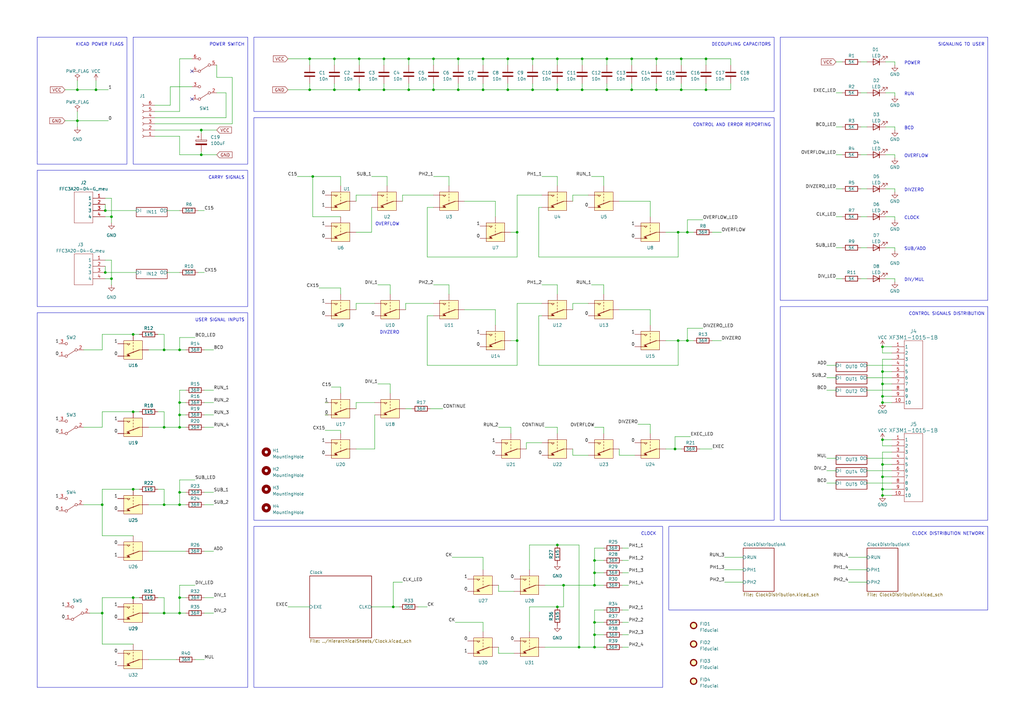
<source format=kicad_sch>
(kicad_sch (version 20230121) (generator eeschema)
  (paper "A3")
  (title_block (title "GCALC"))
  (junction (at 177.8 36.83))
  (junction (at 243.84 260.35))
  (junction (at 361.95 162.56))
  (junction (at 276.86 184.15))
  (junction (at 54.61 168.91))
  (junction (at 137.16 36.83))
  (junction (at 248.92 24.13))
  (junction (at 279.4 36.83))
  (junction (at 269.24 24.13))
  (junction (at 147.32 24.13))
  (junction (at 73.66 207.01))
  (junction (at 43.18 111.76))
  (junction (at 67.31 175.26))
  (junction (at 41.91 207.01))
  (junction (at 167.64 36.83))
  (junction (at 73.66 165.1))
  (junction (at 177.8 24.13))
  (junction (at 279.4 24.13))
  (junction (at 243.84 240.03))
  (junction (at 127 36.83))
  (junction (at 198.12 24.13))
  (junction (at 361.95 190.5))
  (junction (at 243.84 229.87))
  (junction (at 289.56 24.13))
  (junction (at 212.09 139.7))
  (junction (at 73.66 251.46))
  (junction (at 73.66 143.51))
  (junction (at 45.72 114.3))
  (junction (at 212.09 95.25))
  (junction (at 73.66 201.93))
  (junction (at 54.61 245.11))
  (junction (at 259.08 36.83))
  (junction (at 41.91 251.46))
  (junction (at 361.95 157.48))
  (junction (at 218.44 36.83))
  (junction (at 167.64 24.13))
  (junction (at 54.61 137.16))
  (junction (at 208.28 24.13))
  (junction (at 147.32 36.83))
  (junction (at 39.37 36.83))
  (junction (at 243.84 234.95))
  (junction (at 278.13 95.25))
  (junction (at 248.92 36.83))
  (junction (at 361.95 195.58))
  (junction (at 361.95 180.34))
  (junction (at 31.75 49.53))
  (junction (at 228.6 24.13))
  (junction (at 237.49 265.43))
  (junction (at 208.28 36.83))
  (junction (at 161.29 248.92))
  (junction (at 127 24.13))
  (junction (at 228.6 248.92))
  (junction (at 31.75 36.83))
  (junction (at 238.76 24.13))
  (junction (at 128.27 72.39))
  (junction (at 54.61 200.66))
  (junction (at 269.24 36.83))
  (junction (at 218.44 24.13))
  (junction (at 67.31 207.01))
  (junction (at 187.96 36.83))
  (junction (at 289.56 36.83))
  (junction (at 259.08 24.13))
  (junction (at 361.95 165.1))
  (junction (at 82.55 53.34))
  (junction (at 67.31 251.46))
  (junction (at 67.31 143.51))
  (junction (at 361.95 142.24))
  (junction (at 228.6 36.83))
  (junction (at 137.16 24.13))
  (junction (at 157.48 36.83))
  (junction (at 157.48 24.13))
  (junction (at 198.12 36.83))
  (junction (at 281.94 95.25))
  (junction (at 187.96 24.13))
  (junction (at 361.95 203.2))
  (junction (at 231.14 240.03))
  (junction (at 73.66 175.26))
  (junction (at 73.66 245.11))
  (junction (at 361.95 200.66))
  (junction (at 278.13 139.7))
  (junction (at 361.95 152.4))
  (junction (at 243.84 265.43))
  (junction (at 45.72 88.9))
  (junction (at 43.18 86.36))
  (junction (at 82.55 63.5))
  (junction (at 228.6 223.52))
  (junction (at 238.76 36.83))
  (junction (at 281.94 139.7))
  (junction (at 243.84 255.27))
  (junction (at 73.66 170.18))
  (no_connect (at 78.74 40.64))
  (no_connect (at 78.74 29.21))
  (wire (pts (xy 130.81 118.11) (xy 139.7 118.11)))
  (wire (pts (xy 254 186.69) (xy 260.35 186.69)))
  (wire (pts (xy 57.15 168.91) (xy 54.61 168.91)))
  (wire (pts (xy 166.37 124.46) (xy 166.37 127)))
  (wire (pts (xy 269.24 36.83) (xy 279.4 36.83)))
  (wire (pts (xy 257.81 240.03) (xy 255.27 240.03)))
  (wire (pts (xy 347.98 228.6) (xy 355.6 228.6)))
  (wire (pts (xy 223.52 175.26) (xy 228.6 175.26)))
  (wire (pts (xy 39.37 36.83) (xy 44.45 36.83)))
  (wire (pts (xy 266.7 173.99) (xy 266.7 177.8)))
  (wire (pts (xy 137.16 24.13) (xy 137.16 26.67)))
  (wire (pts (xy 365.76 187.96) (xy 355.6 187.96)))
  (wire (pts (xy 367.03 26.67) (xy 367.03 25.4)))
  (wire (pts (xy 127 24.13) (xy 127 26.67)))
  (wire (pts (xy 165.1 238.76) (xy 161.29 238.76)))
  (wire (pts (xy 281.94 90.17) (xy 281.94 95.25)))
  (wire (pts (xy 342.9 52.07) (xy 345.44 52.07)))
  (wire (pts (xy 367.03 114.3) (xy 367.03 115.57)))
  (wire (pts (xy 43.18 81.28) (xy 45.72 81.28)))
  (wire (pts (xy 139.7 72.39) (xy 139.7 76.2)))
  (wire (pts (xy 222.25 72.39) (xy 228.6 72.39)))
  (wire (pts (xy 255.27 229.87) (xy 257.81 229.87)))
  (wire (pts (xy 353.06 88.9) (xy 355.6 88.9)))
  (wire (pts (xy 208.28 24.13) (xy 208.28 26.67)))
  (wire (pts (xy 204.47 265.43) (xy 204.47 267.97)))
  (wire (pts (xy 34.29 175.26) (xy 41.91 175.26)))
  (wire (pts (xy 259.08 24.13) (xy 269.24 24.13)))
  (wire (pts (xy 266.7 127) (xy 266.7 133.35)))
  (wire (pts (xy 45.72 88.9) (xy 45.72 91.44)))
  (wire (pts (xy 45.72 88.9) (xy 43.18 88.9)))
  (wire (pts (xy 269.24 24.13) (xy 279.4 24.13)))
  (wire (pts (xy 67.31 251.46) (xy 60.96 251.46)))
  (wire (pts (xy 73.66 196.85) (xy 73.66 201.93)))
  (wire (pts (xy 361.95 157.48) (xy 361.95 162.56)))
  (wire (pts (xy 247.65 260.35) (xy 243.84 260.35)))
  (wire (pts (xy 31.75 33.02) (xy 31.75 36.83)))
  (wire (pts (xy 212.09 149.86) (xy 175.26 149.86)))
  (wire (pts (xy 68.58 86.36) (xy 73.66 86.36)))
  (wire (pts (xy 289.56 36.83) (xy 299.72 36.83)))
  (wire (pts (xy 80.01 240.03) (xy 73.66 240.03)))
  (wire (pts (xy 247.65 116.84) (xy 242.57 116.84)))
  (wire (pts (xy 41.91 200.66) (xy 54.61 200.66)))
  (wire (pts (xy 67.31 245.11) (xy 67.31 251.46)))
  (wire (pts (xy 212.09 124.46) (xy 222.25 124.46)))
  (wire (pts (xy 73.66 55.88) (xy 63.5 55.88)))
  (wire (pts (xy 63.5 43.18) (xy 69.85 43.18)))
  (wire (pts (xy 215.9 181.61) (xy 222.25 181.61)))
  (wire (pts (xy 365.76 149.86) (xy 355.6 149.86)))
  (wire (pts (xy 279.4 36.83) (xy 289.56 36.83)))
  (wire (pts (xy 73.66 63.5) (xy 73.66 55.88)))
  (wire (pts (xy 147.32 36.83) (xy 147.32 34.29)))
  (wire (pts (xy 73.66 24.13) (xy 78.74 24.13)))
  (wire (pts (xy 31.75 45.72) (xy 31.75 49.53)))
  (wire (pts (xy 146.05 124.46) (xy 146.05 127)))
  (wire (pts (xy 73.66 143.51) (xy 67.31 143.51)))
  (wire (pts (xy 243.84 250.19) (xy 247.65 250.19)))
  (wire (pts (xy 43.18 86.36) (xy 55.88 86.36)))
  (wire (pts (xy 353.06 77.47) (xy 355.6 77.47)))
  (wire (pts (xy 87.63 207.01) (xy 83.82 207.01)))
  (wire (pts (xy 367.03 114.3) (xy 363.22 114.3)))
  (wire (pts (xy 217.17 248.92) (xy 217.17 259.08)))
  (wire (pts (xy 76.2 207.01) (xy 73.66 207.01)))
  (wire (pts (xy 177.8 24.13) (xy 177.8 26.67)))
  (wire (pts (xy 68.58 111.76) (xy 73.66 111.76)))
  (wire (pts (xy 342.9 154.94) (xy 339.09 154.94)))
  (wire (pts (xy 43.18 83.82) (xy 43.18 86.36)))
  (wire (pts (xy 365.76 182.88) (xy 361.95 182.88)))
  (wire (pts (xy 186.69 255.27) (xy 198.12 255.27)))
  (wire (pts (xy 243.84 234.95) (xy 247.65 234.95)))
  (wire (pts (xy 261.62 173.99) (xy 266.7 173.99)))
  (wire (pts (xy 204.47 240.03) (xy 204.47 242.57)))
  (wire (pts (xy 365.76 144.78) (xy 361.95 144.78)))
  (wire (pts (xy 254 82.55) (xy 266.7 82.55)))
  (wire (pts (xy 80.01 196.85) (xy 73.66 196.85)))
  (wire (pts (xy 367.03 78.74) (xy 367.03 77.47)))
  (wire (pts (xy 54.61 245.11) (xy 57.15 245.11)))
  (wire (pts (xy 269.24 36.83) (xy 269.24 34.29)))
  (wire (pts (xy 161.29 248.92) (xy 163.83 248.92)))
  (wire (pts (xy 365.76 162.56) (xy 361.95 162.56)))
  (wire (pts (xy 342.9 77.47) (xy 345.44 77.47)))
  (wire (pts (xy 63.5 45.72) (xy 73.66 45.72)))
  (wire (pts (xy 87.63 160.02) (xy 83.82 160.02)))
  (wire (pts (xy 299.72 36.83) (xy 299.72 34.29)))
  (wire (pts (xy 365.76 147.32) (xy 361.95 147.32)))
  (wire (pts (xy 165.1 82.55) (xy 165.1 80.01)))
  (wire (pts (xy 281.94 95.25) (xy 284.48 95.25)))
  (wire (pts (xy 259.08 24.13) (xy 259.08 26.67)))
  (wire (pts (xy 248.92 24.13) (xy 259.08 24.13)))
  (wire (pts (xy 259.08 36.83) (xy 269.24 36.83)))
  (wire (pts (xy 292.1 139.7) (xy 295.91 139.7)))
  (wire (pts (xy 297.18 233.68) (xy 304.8 233.68)))
  (wire (pts (xy 228.6 175.26) (xy 228.6 177.8)))
  (wire (pts (xy 367.03 64.77) (xy 367.03 63.5)))
  (wire (pts (xy 167.64 24.13) (xy 167.64 26.67)))
  (wire (pts (xy 82.55 62.23) (xy 82.55 63.5)))
  (wire (pts (xy 228.6 24.13) (xy 228.6 26.67)))
  (wire (pts (xy 161.29 238.76) (xy 161.29 248.92)))
  (wire (pts (xy 167.64 36.83) (xy 167.64 34.29)))
  (wire (pts (xy 167.64 36.83) (xy 177.8 36.83)))
  (wire (pts (xy 187.96 36.83) (xy 198.12 36.83)))
  (wire (pts (xy 187.96 36.83) (xy 187.96 34.29)))
  (wire (pts (xy 361.95 195.58) (xy 361.95 200.66)))
  (wire (pts (xy 87.63 165.1) (xy 83.82 165.1)))
  (wire (pts (xy 342.9 149.86) (xy 339.09 149.86)))
  (wire (pts (xy 266.7 82.55) (xy 266.7 88.9)))
  (wire (pts (xy 88.9 31.75) (xy 88.9 26.67)))
  (wire (pts (xy 76.2 245.11) (xy 73.66 245.11)))
  (wire (pts (xy 228.6 36.83) (xy 228.6 34.29)))
  (wire (pts (xy 283.21 179.07) (xy 276.86 179.07)))
  (wire (pts (xy 217.17 223.52) (xy 217.17 233.68)))
  (wire (pts (xy 218.44 24.13) (xy 228.6 24.13)))
  (wire (pts (xy 177.8 36.83) (xy 187.96 36.83)))
  (wire (pts (xy 342.9 88.9) (xy 345.44 88.9)))
  (wire (pts (xy 367.03 53.34) (xy 367.03 52.07)))
  (wire (pts (xy 218.44 36.83) (xy 218.44 34.29)))
  (wire (pts (xy 36.83 251.46) (xy 41.91 251.46)))
  (wire (pts (xy 342.9 114.3) (xy 345.44 114.3)))
  (wire (pts (xy 353.06 38.1) (xy 355.6 38.1)))
  (wire (pts (xy 41.91 137.16) (xy 54.61 137.16)))
  (wire (pts (xy 41.91 207.01) (xy 41.91 219.71)))
  (wire (pts (xy 365.76 180.34) (xy 361.95 180.34)))
  (wire (pts (xy 247.65 116.84) (xy 247.65 120.65)))
  (wire (pts (xy 76.2 170.18) (xy 73.66 170.18)))
  (wire (pts (xy 73.66 170.18) (xy 73.66 175.26)))
  (wire (pts (xy 87.63 175.26) (xy 83.82 175.26)))
  (wire (pts (xy 69.85 43.18) (xy 69.85 35.56)))
  (wire (pts (xy 365.76 160.02) (xy 355.6 160.02)))
  (wire (pts (xy 209.55 95.25) (xy 212.09 95.25)))
  (wire (pts (xy 87.63 170.18) (xy 83.82 170.18)))
  (wire (pts (xy 365.76 185.42) (xy 361.95 185.42)))
  (wire (pts (xy 31.75 49.53) (xy 44.45 49.53)))
  (wire (pts (xy 367.03 38.1) (xy 363.22 38.1)))
  (wire (pts (xy 198.12 228.6) (xy 198.12 233.68)))
  (wire (pts (xy 41.91 264.16) (xy 41.91 251.46)))
  (wire (pts (xy 255.27 250.19) (xy 257.81 250.19)))
  (wire (pts (xy 231.14 240.03) (xy 243.84 240.03)))
  (wire (pts (xy 238.76 36.83) (xy 248.92 36.83)))
  (wire (pts (xy 43.18 109.22) (xy 43.18 111.76)))
  (wire (pts (xy 165.1 80.01) (xy 177.8 80.01)))
  (wire (pts (xy 146.05 184.15) (xy 153.67 184.15)))
  (wire (pts (xy 208.28 36.83) (xy 218.44 36.83)))
  (wire (pts (xy 248.92 36.83) (xy 259.08 36.83)))
  (wire (pts (xy 45.72 81.28) (xy 45.72 88.9)))
  (wire (pts (xy 146.05 124.46) (xy 153.67 124.46)))
  (wire (pts (xy 218.44 24.13) (xy 218.44 26.67)))
  (wire (pts (xy 276.86 179.07) (xy 276.86 184.15)))
  (wire (pts (xy 54.61 264.16) (xy 41.91 264.16)))
  (wire (pts (xy 34.29 143.51) (xy 41.91 143.51)))
  (wire (pts (xy 147.32 36.83) (xy 157.48 36.83)))
  (wire (pts (xy 342.9 193.04) (xy 339.09 193.04)))
  (wire (pts (xy 342.9 25.4) (xy 345.44 25.4)))
  (wire (pts (xy 146.05 82.55) (xy 146.05 80.01)))
  (wire (pts (xy 177.8 72.39) (xy 184.15 72.39)))
  (wire (pts (xy 209.55 139.7) (xy 212.09 139.7)))
  (wire (pts (xy 220.98 149.86) (xy 220.98 129.54)))
  (wire (pts (xy 288.29 134.62) (xy 281.94 134.62)))
  (wire (pts (xy 73.66 165.1) (xy 73.66 170.18)))
  (wire (pts (xy 342.9 198.12) (xy 339.09 198.12)))
  (wire (pts (xy 208.28 24.13) (xy 218.44 24.13)))
  (wire (pts (xy 128.27 88.9) (xy 128.27 72.39)))
  (wire (pts (xy 45.72 114.3) (xy 43.18 114.3)))
  (wire (pts (xy 257.81 234.95) (xy 255.27 234.95)))
  (wire (pts (xy 76.2 251.46) (xy 73.66 251.46)))
  (wire (pts (xy 273.05 184.15) (xy 276.86 184.15)))
  (wire (pts (xy 73.66 251.46) (xy 67.31 251.46)))
  (wire (pts (xy 361.95 147.32) (xy 361.95 152.4)))
  (wire (pts (xy 153.67 184.15) (xy 153.67 170.18)))
  (wire (pts (xy 177.8 116.84) (xy 184.15 116.84)))
  (wire (pts (xy 365.76 157.48) (xy 361.95 157.48)))
  (wire (pts (xy 87.63 143.51) (xy 83.82 143.51)))
  (wire (pts (xy 67.31 168.91) (xy 67.31 175.26)))
  (wire (pts (xy 347.98 233.68) (xy 355.6 233.68)))
  (wire (pts (xy 247.65 175.26) (xy 247.65 177.8)))
  (wire (pts (xy 92.71 38.1) (xy 92.71 48.26)))
  (wire (pts (xy 279.4 24.13) (xy 279.4 26.67)))
  (wire (pts (xy 234.95 82.55) (xy 234.95 80.01)))
  (wire (pts (xy 184.15 116.84) (xy 184.15 120.65)))
  (wire (pts (xy 73.66 63.5) (xy 82.55 63.5)))
  (wire (pts (xy 73.66 201.93) (xy 73.66 207.01)))
  (wire (pts (xy 228.6 36.83) (xy 238.76 36.83)))
  (wire (pts (xy 139.7 176.53) (xy 139.7 177.8)))
  (wire (pts (xy 137.16 36.83) (xy 137.16 34.29)))
  (wire (pts (xy 127 36.83) (xy 127 34.29)))
  (wire (pts (xy 73.66 138.43) (xy 73.66 143.51)))
  (wire (pts (xy 67.31 137.16) (xy 64.77 137.16)))
  (wire (pts (xy 367.03 77.47) (xy 363.22 77.47)))
  (wire (pts (xy 187.96 24.13) (xy 198.12 24.13)))
  (wire (pts (xy 175.26 129.54) (xy 175.26 149.86)))
  (wire (pts (xy 67.31 143.51) (xy 60.96 143.51)))
  (wire (pts (xy 60.96 207.01) (xy 67.31 207.01)))
  (wire (pts (xy 223.52 265.43) (xy 237.49 265.43)))
  (wire (pts (xy 367.03 90.17) (xy 367.03 88.9)))
  (wire (pts (xy 365.76 193.04) (xy 355.6 193.04)))
  (wire (pts (xy 167.64 24.13) (xy 177.8 24.13)))
  (wire (pts (xy 204.47 242.57) (xy 210.82 242.57)))
  (wire (pts (xy 254 184.15) (xy 254 186.69)))
  (wire (pts (xy 76.2 226.06) (xy 60.96 226.06)))
  (wire (pts (xy 255.27 255.27) (xy 257.81 255.27)))
  (wire (pts (xy 365.76 203.2) (xy 361.95 203.2)))
  (wire (pts (xy 248.92 24.13) (xy 248.92 26.67)))
  (wire (pts (xy 177.8 129.54) (xy 175.26 129.54)))
  (wire (pts (xy 297.18 228.6) (xy 304.8 228.6)))
  (wire (pts (xy 287.02 184.15) (xy 292.1 184.15)))
  (wire (pts (xy 269.24 24.13) (xy 269.24 26.67)))
  (wire (pts (xy 83.82 270.51) (xy 80.01 270.51)))
  (wire (pts (xy 73.66 240.03) (xy 73.66 245.11)))
  (wire (pts (xy 217.17 248.92) (xy 228.6 248.92)))
  (wire (pts (xy 82.55 53.34) (xy 88.9 53.34)))
  (wire (pts (xy 198.12 36.83) (xy 208.28 36.83)))
  (wire (pts (xy 133.35 165.1) (xy 134.62 165.1)))
  (wire (pts (xy 367.03 101.6) (xy 367.03 102.87)))
  (wire (pts (xy 185.42 228.6) (xy 198.12 228.6)))
  (wire (pts (xy 299.72 24.13) (xy 299.72 26.67)))
  (wire (pts (xy 220.98 129.54) (xy 222.25 129.54)))
  (wire (pts (xy 365.76 200.66) (xy 361.95 200.66)))
  (wire (pts (xy 41.91 168.91) (xy 54.61 168.91)))
  (wire (pts (xy 26.67 49.53) (xy 31.75 49.53)))
  (wire (pts (xy 289.56 36.83) (xy 289.56 34.29)))
  (wire (pts (xy 82.55 63.5) (xy 88.9 63.5)))
  (wire (pts (xy 237.49 223.52) (xy 237.49 265.43)))
  (wire (pts (xy 63.5 50.8) (xy 95.25 50.8)))
  (wire (pts (xy 212.09 80.01) (xy 222.25 80.01)))
  (wire (pts (xy 243.84 260.35) (xy 243.84 265.43)))
  (wire (pts (xy 278.13 149.86) (xy 220.98 149.86)))
  (wire (pts (xy 238.76 24.13) (xy 248.92 24.13)))
  (wire (pts (xy 365.76 198.12) (xy 355.6 198.12)))
  (wire (pts (xy 361.95 182.88) (xy 361.95 180.34)))
  (wire (pts (xy 254 127) (xy 266.7 127)))
  (wire (pts (xy 279.4 36.83) (xy 279.4 34.29)))
  (wire (pts (xy 177.8 36.83) (xy 177.8 34.29)))
  (wire (pts (xy 353.06 114.3) (xy 355.6 114.3)))
  (wire (pts (xy 288.29 90.17) (xy 281.94 90.17)))
  (wire (pts (xy 92.71 38.1) (xy 88.9 38.1)))
  (wire (pts (xy 54.61 200.66) (xy 57.15 200.66)))
  (wire (pts (xy 127 36.83) (xy 137.16 36.83)))
  (wire (pts (xy 184.15 72.39) (xy 184.15 76.2)))
  (wire (pts (xy 353.06 63.5) (xy 355.6 63.5)))
  (wire (pts (xy 171.45 248.92) (xy 175.26 248.92)))
  (wire (pts (xy 278.13 95.25) (xy 278.13 105.41)))
  (wire (pts (xy 152.4 248.92) (xy 161.29 248.92)))
  (wire (pts (xy 367.03 52.07) (xy 363.22 52.07)))
  (wire (pts (xy 67.31 200.66) (xy 67.31 207.01)))
  (wire (pts (xy 139.7 118.11) (xy 139.7 120.65)))
  (wire (pts (xy 67.31 175.26) (xy 60.96 175.26)))
  (wire (pts (xy 73.66 201.93) (xy 76.2 201.93)))
  (wire (pts (xy 31.75 49.53) (xy 31.75 52.07)))
  (wire (pts (xy 243.84 229.87) (xy 247.65 229.87)))
  (wire (pts (xy 234.95 186.69) (xy 241.3 186.69)))
  (wire (pts (xy 289.56 24.13) (xy 299.72 24.13)))
  (wire (pts (xy 152.4 72.39) (xy 158.75 72.39)))
  (wire (pts (xy 73.66 160.02) (xy 73.66 165.1)))
  (wire (pts (xy 278.13 139.7) (xy 278.13 149.86)))
  (wire (pts (xy 81.28 111.76) (xy 83.82 111.76)))
  (wire (pts (xy 76.2 175.26) (xy 73.66 175.26)))
  (wire (pts (xy 259.08 36.83) (xy 259.08 34.29)))
  (wire (pts (xy 146.05 165.1) (xy 153.67 165.1)))
  (wire (pts (xy 276.86 184.15) (xy 279.4 184.15)))
  (wire (pts (xy 81.28 86.36) (xy 83.82 86.36)))
  (wire (pts (xy 237.49 265.43) (xy 243.84 265.43)))
  (wire (pts (xy 247.65 72.39) (xy 242.57 72.39)))
  (wire (pts (xy 278.13 95.25) (xy 281.94 95.25)))
  (wire (pts (xy 139.7 88.9) (xy 128.27 88.9)))
  (wire (pts (xy 157.48 36.83) (xy 167.64 36.83)))
  (wire (pts (xy 365.76 165.1) (xy 361.95 165.1)))
  (wire (pts (xy 76.2 165.1) (xy 73.66 165.1)))
  (wire (pts (xy 278.13 105.41) (xy 220.98 105.41)))
  (wire (pts (xy 361.95 190.5) (xy 361.95 195.58)))
  (wire (pts (xy 158.75 72.39) (xy 158.75 76.2)))
  (wire (pts (xy 166.37 167.64) (xy 168.91 167.64)))
  (wire (pts (xy 198.12 36.83) (xy 198.12 34.29)))
  (wire (pts (xy 198.12 24.13) (xy 198.12 26.67)))
  (wire (pts (xy 39.37 36.83) (xy 39.37 33.02)))
  (wire (pts (xy 177.8 85.09) (xy 175.26 85.09)))
  (wire (pts (xy 160.02 116.84) (xy 160.02 120.65)))
  (wire (pts (xy 257.81 265.43) (xy 255.27 265.43)))
  (wire (pts (xy 118.11 248.92) (xy 127 248.92)))
  (wire (pts (xy 243.84 229.87) (xy 243.84 234.95)))
  (wire (pts (xy 34.29 207.01) (xy 41.91 207.01)))
  (wire (pts (xy 228.6 223.52) (xy 237.49 223.52)))
  (wire (pts (xy 41.91 245.11) (xy 54.61 245.11)))
  (wire (pts (xy 203.2 82.55) (xy 203.2 88.9)))
  (wire (pts (xy 289.56 24.13) (xy 289.56 26.67)))
  (wire (pts (xy 80.01 138.43) (xy 73.66 138.43)))
  (wire (pts (xy 217.17 223.52) (xy 228.6 223.52)))
  (wire (pts (xy 157.48 36.83) (xy 157.48 34.29)))
  (wire (pts (xy 297.18 238.76) (xy 304.8 238.76)))
  (wire (pts (xy 147.32 24.13) (xy 147.32 26.67)))
  (wire (pts (xy 67.31 175.26) (xy 73.66 175.26)))
  (wire (pts (xy 45.72 114.3) (xy 45.72 116.84)))
  (wire (pts (xy 273.05 95.25) (xy 278.13 95.25)))
  (wire (pts (xy 281.94 139.7) (xy 284.48 139.7)))
  (wire (pts (xy 204.47 267.97) (xy 210.82 267.97)))
  (wire (pts (xy 353.06 101.6) (xy 355.6 101.6)))
  (wire (pts (xy 212.09 139.7) (xy 212.09 149.86)))
  (wire (pts (xy 154.94 157.48) (xy 160.02 157.48)))
  (wire (pts (xy 247.65 72.39) (xy 247.65 76.2)))
  (wire (pts (xy 67.31 168.91) (xy 64.77 168.91)))
  (wire (pts (xy 63.5 53.34) (xy 82.55 53.34)))
  (wire (pts (xy 154.94 116.84) (xy 160.02 116.84)))
  (wire (pts (xy 147.32 24.13) (xy 157.48 24.13)))
  (wire (pts (xy 31.75 36.83) (xy 39.37 36.83)))
  (wire (pts (xy 365.76 142.24) (xy 361.95 142.24)))
  (wire (pts (xy 133.35 170.18) (xy 134.62 170.18)))
  (wire (pts (xy 243.84 240.03) (xy 247.65 240.03)))
  (wire (pts (xy 43.18 106.68) (xy 45.72 106.68)))
  (wire (pts (xy 175.26 85.09) (xy 175.26 105.41)))
  (wire (pts (xy 41.91 143.51) (xy 41.91 137.16)))
  (wire (pts (xy 248.92 36.83) (xy 248.92 34.29)))
  (wire (pts (xy 82.55 53.34) (xy 82.55 54.61)))
  (wire (pts (xy 204.47 175.26) (xy 209.55 175.26)))
  (wire (pts (xy 279.4 24.13) (xy 289.56 24.13)))
  (wire (pts (xy 257.81 260.35) (xy 255.27 260.35)))
  (wire (pts (xy 187.96 24.13) (xy 187.96 26.67)))
  (wire (pts (xy 198.12 24.13) (xy 208.28 24.13)))
  (wire (pts (xy 41.91 251.46) (xy 41.91 245.11)))
  (wire (pts (xy 157.48 24.13) (xy 167.64 24.13)))
  (wire (pts (xy 26.67 36.83) (xy 31.75 36.83)))
  (wire (pts (xy 212.09 124.46) (xy 212.09 139.7)))
  (wire (pts (xy 234.95 184.15) (xy 234.95 186.69)))
  (wire (pts (xy 190.5 82.55) (xy 203.2 82.55)))
  (wire (pts (xy 347.98 238.76) (xy 355.6 238.76)))
  (wire (pts (xy 57.15 137.16) (xy 54.61 137.16)))
  (wire (pts (xy 361.95 144.78) (xy 361.95 142.24)))
  (wire (pts (xy 43.18 111.76) (xy 55.88 111.76)))
  (wire (pts (xy 118.11 24.13) (xy 127 24.13)))
  (wire (pts (xy 64.77 245.11) (xy 67.31 245.11)))
  (wire (pts (xy 118.11 36.83) (xy 127 36.83)))
  (wire (pts (xy 208.28 36.83) (xy 208.28 34.29)))
  (wire (pts (xy 54.61 219.71) (xy 41.91 219.71)))
  (wire (pts (xy 133.35 176.53) (xy 139.7 176.53)))
  (wire (pts (xy 223.52 240.03) (xy 231.14 240.03)))
  (wire (pts (xy 243.84 224.79) (xy 247.65 224.79)))
  (wire (pts (xy 67.31 137.16) (xy 67.31 143.51)))
  (wire (pts (xy 45.72 106.68) (xy 45.72 114.3)))
  (wire (pts (xy 157.48 24.13) (xy 157.48 26.67)))
  (wire (pts (xy 243.84 255.27) (xy 247.65 255.27)))
  (wire (pts (xy 365.76 195.58) (xy 361.95 195.58)))
  (wire (pts (xy 228.6 116.84) (xy 228.6 120.65)))
  (wire (pts (xy 177.8 24.13) (xy 187.96 24.13)))
  (wire (pts (xy 166.37 124.46) (xy 177.8 124.46)))
  (wire (pts (xy 234.95 80.01) (xy 241.3 80.01)))
  (wire (pts (xy 292.1 95.25) (xy 295.91 95.25)))
  (wire (pts (xy 146.05 80.01) (xy 152.4 80.01)))
  (wire (pts (xy 278.13 139.7) (xy 281.94 139.7)))
  (wire (pts (xy 87.63 201.93) (xy 83.82 201.93)))
  (wire (pts (xy 255.27 224.79) (xy 257.81 224.79)))
  (wire (pts (xy 243.84 224.79) (xy 243.84 229.87)))
  (wire (pts (xy 342.9 187.96) (xy 339.09 187.96)))
  (wire (pts (xy 203.2 127) (xy 203.2 133.35)))
  (wire (pts (xy 234.95 127) (xy 234.95 124.46)))
  (wire (pts (xy 41.91 175.26) (xy 41.91 168.91)))
  (wire (pts (xy 353.06 52.07) (xy 355.6 52.07)))
  (wire (pts (xy 342.9 160.02) (xy 339.09 160.02)))
  (wire (pts (xy 228.6 24.13) (xy 238.76 24.13)))
  (wire (pts (xy 222.25 116.84) (xy 228.6 116.84)))
  (wire (pts (xy 215.9 181.61) (xy 215.9 184.15)))
  (wire (pts (xy 212.09 105.41) (xy 175.26 105.41)))
  (wire (pts (xy 152.4 95.25) (xy 146.05 95.25)))
  (wire (pts (xy 160.02 157.48) (xy 160.02 161.29)))
  (wire (pts (xy 367.03 88.9) (xy 363.22 88.9)))
  (wire (pts (xy 41.91 207.01) (xy 41.91 200.66)))
  (wire (pts (xy 243.84 255.27) (xy 243.84 260.35)))
  (wire (pts (xy 73.66 45.72) (xy 73.66 24.13)))
  (wire (pts (xy 176.53 167.64) (xy 181.61 167.64)))
  (wire (pts (xy 87.63 251.46) (xy 83.82 251.46)))
  (wire (pts (xy 342.9 63.5) (xy 345.44 63.5)))
  (wire (pts (xy 87.63 245.11) (xy 83.82 245.11)))
  (wire (pts (xy 76.2 143.51) (xy 73.66 143.51)))
  (wire (pts (xy 365.76 152.4) (xy 361.95 152.4)))
  (wire (pts (xy 137.16 24.13) (xy 147.32 24.13)))
  (wire (pts (xy 367.03 39.37) (xy 367.03 38.1)))
  (wire (pts (xy 243.84 265.43) (xy 247.65 265.43)))
  (wire (pts (xy 69.85 35.56) (xy 78.74 35.56)))
  (wire (pts (xy 243.84 234.95) (xy 243.84 240.03)))
  (wire (pts (xy 139.7 158.75) (xy 139.7 161.29)))
  (wire (pts (xy 95.25 50.8) (xy 95.25 31.75)))
  (wire (pts (xy 139.7 158.75) (xy 135.89 158.75)))
  (wire (pts (xy 121.92 72.39) (xy 128.27 72.39)))
  (wire (pts (xy 152.4 95.25) (xy 152.4 85.09)))
  (wire (pts (xy 137.16 36.83) (xy 147.32 36.83)))
  (wire (pts (xy 361.95 200.66) (xy 361.95 203.2)))
  (wire (pts (xy 146.05 167.64) (xy 146.05 165.1)))
  (wire (pts (xy 87.63 226.06) (xy 83.82 226.06)))
  (wire (pts (xy 367.03 101.6) (xy 363.22 101.6)))
  (wire (pts (xy 198.12 259.08) (xy 198.12 255.27)))
  (wire (pts (xy 238.76 36.83) (xy 238.76 34.29)))
  (wire (pts (xy 281.94 134.62) (xy 281.94 139.7)))
  (wire (pts (xy 342.9 101.6) (xy 345.44 101.6)))
  (wire (pts (xy 64.77 200.66) (xy 67.31 200.66)))
  (wire (pts (xy 127 24.13) (xy 137.16 24.13)))
  (wire (pts (xy 365.76 154.94) (xy 355.6 154.94)))
  (wire (pts (xy 361.95 162.56) (xy 361.95 165.1)))
  (wire (pts (xy 128.27 72.39) (xy 139.7 72.39)))
  (wire (pts (xy 231.14 248.92) (xy 231.14 240.03)))
  (wire (pts (xy 243.84 250.19) (xy 243.84 255.27)))
  (polyline (pts (xy 15.24 62.23) (xy 15.24 62.23)))
  (wire (pts (xy 228.6 72.39) (xy 228.6 76.2)))
  (wire (pts (xy 63.5 48.26) (xy 92.71 48.26)))
  (wire (pts (xy 73.66 245.11) (xy 73.66 251.46)))
  (wire (pts (xy 367.03 63.5) (xy 363.22 63.5)))
  (wire (pts (xy 212.09 95.25) (xy 212.09 105.41)))
  (wire (pts (xy 190.5 127) (xy 203.2 127)))
  (wire (pts (xy 218.44 36.83) (xy 228.6 36.83)))
  (wire (pts (xy 361.95 152.4) (xy 361.95 157.48)))
  (wire (pts (xy 361.95 185.42) (xy 361.95 190.5)))
  (wire (pts (xy 342.9 38.1) (xy 345.44 38.1)))
  (wire (pts (xy 95.25 31.75) (xy 88.9 31.75)))
  (wire (pts (xy 67.31 207.01) (xy 73.66 207.01)))
  (wire (pts (xy 76.2 160.02) (xy 73.66 160.02)))
  (wire (pts (xy 365.76 190.5) (xy 361.95 190.5)))
  (wire (pts (xy 238.76 24.13) (xy 238.76 26.67)))
  (wire (pts (xy 243.84 175.26) (xy 247.65 175.26)))
  (wire (pts (xy 220.98 85.09) (xy 222.25 85.09)))
  (wire (pts (xy 209.55 175.26) (xy 209.55 177.8)))
  (wire (pts (xy 234.95 124.46) (xy 241.3 124.46)))
  (wire (pts (xy 72.39 270.51) (xy 60.96 270.51)))
  (wire (pts (xy 353.06 25.4) (xy 355.6 25.4)))
  (wire (pts (xy 367.03 25.4) (xy 363.22 25.4)))
  (wire (pts (xy 212.09 80.01) (xy 212.09 95.25)))
  (wire (pts (xy 220.98 105.41) (xy 220.98 85.09)))
  (wire (pts (xy 228.6 248.92) (xy 231.14 248.92)))
  (wire (pts (xy 273.05 139.7) (xy 278.13 139.7)))
  (rectangle (start 320.04 15.24) (end 405.13 123.19))
  (rectangle (start 15.24 15.24) (end 52.07 67.31))
  (rectangle (start 104.14 215.9) (end 271.78 281.94))
  (rectangle (start 54.61 15.24) (end 101.6 67.31))
  (rectangle (start 274.32 215.9) (end 405.13 250.19))
  (rectangle (start 104.14 15.24) (end 317.5 45.72))
  (rectangle (start 15.24 69.85) (end 101.6 125.73))
  (rectangle (start 320.04 125.73) (end 405.13 213.36))
  (rectangle (start 15.24 128.27) (end 101.6 281.94))
  (rectangle (start 104.14 48.26) (end 317.5 213.36))
  (text "DECOUPLING CAPACITORS" (at 316.23 19.05 0) (effects (font (size 1.27 1.27)) (justify right bottom)))
  (text "CLOCK" (at 269.24 219.71 0) (effects (font (size 1.27 1.27)) (justify right bottom)))
  (text "CONTROL AND ERROR REPORTING" (at 316.23 52.07 0) (effects (font (size 1.27 1.27)) (justify right bottom)))
  (text "SIGNALING TO USER" (at 403.86 19.05 0) (effects (font (size 1.27 1.27)) (justify right bottom)))
  (text "DIVZERO" (at 163.83 137.16 0) (effects (font (size 1.27 1.27)) (justify right bottom)))
  (text "RUN" (at 370.84 39.37 0) (effects (font (size 1.27 1.27)) (justify left bottom)))
  (text "DIV/MUL" (at 370.84 115.57 0) (effects (font (size 1.27 1.27)) (justify left bottom)))
  (text "CLOCK" (at 370.84 90.17 0) (effects (font (size 1.27 1.27)) (justify left bottom)))
  (text "POWER SWITCH" (at 100.33 19.05 0) (effects (font (size 1.27 1.27)) (justify right bottom)))
  (text "OVERFLOW" (at 163.83 92.71 0) (effects (font (size 1.27 1.27)) (justify right bottom)))
  (text "CLOCK DISTRIBUTION NETWORK" (at 403.86 219.71 0) (effects (font (size 1.27 1.27)) (justify right bottom)))
  (text "BCD" (at 370.84 53.34 0) (effects (font (size 1.27 1.27)) (justify left bottom)))
  (text "CONTROL SIGNALS DISTRIBUTION" (at 403.86 129.54 0) (effects (font (size 1.27 1.27)) (justify right bottom)))
  (text "SUB/ADD" (at 370.84 102.87 0) (effects (font (size 1.27 1.27)) (justify left bottom)))
  (text "DIVZERO" (at 370.84 78.74 0) (effects (font (size 1.27 1.27)) (justify left bottom)))
  (text "CARRY SIGNALS" (at 100.33 73.66 0) (effects (font (size 1.27 1.27)) (justify right bottom)))
  (text "KICAD POWER FLAGS" (at 50.8 19.05 0) (effects (font (size 1.27 1.27)) (justify right bottom)))
  (text "OVERFLOW" (at 370.84 64.77 0) (effects (font (size 1.27 1.27)) (justify left bottom)))
  (text "USER SIGNAL INPUTS" (at 100.33 132.08 0) (effects (font (size 1.27 1.27)) (justify right bottom)))
  (text "POWER" (at 370.84 26.67 0) (effects (font (size 1.27 1.27)) (justify left bottom)))
  (label "C15" (at 83.82 86.36 0))
  (label "0" (at 191.77 242.57 180))
  (label "1" (at 48.26 204.47 180))
  (label "CLK_LED" (at 165.1 238.76 0))
  (label "ADD" (at 87.63 226.06 0))
  (label "0" (at 26.67 254 180))
  (label "CK" (at 185.42 228.6 180))
  (label "OVERFLOW" (at 295.91 95.25 0))
  (label "MUL" (at 83.82 270.51 0))
  (label "PH2_3" (at 257.81 260.35 0))
  (label "0" (at 191.77 262.89 180))
  (label "1" (at 44.45 36.83 0))
  (label "DIVZERO" (at 261.62 173.99 180))
  (label "0" (at 241.3 181.61 180))
  (label "EXEC" (at 118.11 248.92 180))
  (label "CX15" (at 83.82 111.76 0))
  (label "C15" (at 121.92 72.39 180))
  (label "0" (at 222.25 186.69 180))
  (label "BCD_LED" (at 342.9 52.07 180))
  (label "PH2_2" (at 177.8 116.84 180))
  (label "0" (at 24.13 146.05 180))
  (label "BCD_LED" (at 80.01 138.43 0))
  (label "DIVZERO" (at 295.91 139.7 0))
  (label "0" (at 210.82 262.89 180))
  (label "DIV_2" (at 339.09 193.04 180))
  (label "1" (at 48.26 228.6 180))
  (label "SUB_2" (at 87.63 207.01 0))
  (label "MUL" (at 339.09 187.96 180))
  (label "DIVZERO_LED" (at 288.29 134.62 0))
  (label "CK" (at 175.26 248.92 0))
  (label "SUB_LED" (at 342.9 101.6 180))
  (label "PH2_4" (at 347.98 238.76 180))
  (label "1" (at 48.26 248.92 180))
  (label "0" (at 133.35 129.54 180))
  (label "PH1_2" (at 222.25 116.84 180))
  (label "PH2_1" (at 177.8 72.39 180))
  (label "PH1_4" (at 347.98 233.68 180))
  (label "0" (at 24.13 177.8 180))
  (label "DIV_1" (at 87.63 245.11 0))
  (label "0" (at 153.67 129.54 180))
  (label "1" (at 24.13 204.47 180))
  (label "0" (at 260.35 97.79 180))
  (label "1" (at 133.35 181.61 180))
  (label "SUB_LED" (at 80.01 196.85 0))
  (label "RUN_4" (at 347.98 228.6 180))
  (label "1" (at 260.35 137.16 180))
  (label "PH2_2" (at 257.81 255.27 0))
  (label "SUB_2" (at 339.09 154.94 180))
  (label "RUN_3" (at 297.18 228.6 180))
  (label "1" (at 48.26 140.97 180))
  (label "0" (at 210.82 237.49 180))
  (label "DIV_1" (at 154.94 116.84 180))
  (label "0" (at 260.35 181.61 180))
  (label "PH1_3" (at 257.81 234.95 0))
  (label "RUN_3" (at 87.63 170.18 0))
  (label "0" (at 48.26 223.52 180))
  (label "1" (at 24.13 140.97 180))
  (label "0" (at 203.2 186.69 180))
  (label "0" (at 48.26 254 180))
  (label "1" (at 196.85 92.71 180))
  (label "EXEC_LED" (at 342.9 38.1 180))
  (label "BCD" (at 87.63 143.51 0))
  (label "1" (at 133.35 92.71 180))
  (label "0" (at 196.85 142.24 180))
  (label "PH1_1" (at 257.81 224.79 0))
  (label "0" (at 196.85 97.79 180))
  (label "PH1_1" (at 222.25 72.39 180))
  (label "EXEC_LED" (at 283.21 179.07 0))
  (label "0" (at 48.26 209.55 180))
  (label "BCD" (at 339.09 160.02 180))
  (label "PH2_4" (at 257.81 265.43 0))
  (label "0" (at 241.3 129.54 180))
  (label "RUN_2" (at 87.63 165.1 0))
  (label "1" (at 196.85 137.16 180))
  (label "DIV_LED" (at 80.01 240.03 0))
  (label "RUN_1" (at 242.57 72.39 180))
  (label "SUB_1" (at 152.4 72.39 180))
  (label "CLK_LED" (at 342.9 88.9 180))
  (label "RUN_2" (at 204.47 175.26 180))
  (label "PH1_2" (at 257.81 229.87 0))
  (label "BCD" (at 339.09 198.12 180))
  (label "CONTINUE" (at 181.61 167.64 0))
  (label "1" (at 48.26 172.72 180))
  (label "1" (at 24.13 172.72 180))
  (label "0" (at 133.35 186.69 180))
  (label "0" (at 48.26 177.8 180))
  (label "CK" (at 186.69 255.27 180))
  (label "CX15" (at 133.35 176.53 180))
  (label "1" (at 48.26 273.05 180))
  (label "1" (at 26.67 248.92 180))
  (label "DIV_1" (at 154.94 157.48 180))
  (label "DIV_2" (at 87.63 251.46 0))
  (label "0" (at 133.35 97.79 180))
  (label "1" (at 191.77 267.97 180))
  (label "SUB_1" (at 87.63 201.93 0))
  (label "OVERFLOW_LED" (at 288.29 90.17 0))
  (label "1" (at 203.2 181.61 180))
  (label "0" (at 241.3 85.09 180))
  (label "RUN_1" (at 87.63 160.02 0))
  (label "DIV_LED" (at 342.9 114.3 180))
  (label "1" (at 133.35 124.46 180))
  (label "OVERFLOW_LED" (at 342.9 63.5 180))
  (label "CONTINUE" (at 223.52 175.26 180))
  (label "0" (at 134.62 170.18 180))
  (label "ADD" (at 339.09 149.86 180))
  (label "PH2_3" (at 297.18 238.76 180))
  (label "1" (at 134.62 165.1 180))
  (label "0" (at 133.35 80.01 180))
  (label "RUN_1" (at 242.57 116.84 180))
  (label "EXEC" (at 292.1 184.15 0))
  (label "DIVZERO_LED" (at 342.9 77.47 180))
  (label "PH1_3" (at 297.18 233.68 180))
  (label "0" (at 48.26 267.97 180))
  (label "OVERFLOW" (at 243.84 175.26 180))
  (label "1" (at 133.35 85.09 180))
  (label "1" (at 260.35 92.71 180))
  (label "C15" (at 135.89 158.75 180))
  (label "CX15" (at 130.81 118.11 180))
  (label "0" (at 24.13 209.55 180))
  (label "0" (at 48.26 146.05 180))
  (label "PH1_4" (at 257.81 240.03 0))
  (label "0" (at 260.35 142.24 180))
  (label "0" (at 44.45 49.53 0))
  (label "1" (at 191.77 237.49 180))
  (label "RUN_4" (at 87.63 175.26 0))
  (label "PH2_1" (at 257.81 250.19 0))
  (global_label "GND" (shape input) (at 88.9 63.5 0) (property "Intersheetrefs" "${INTERSHEET_REFS}" (effects hide)))
  (global_label "VCC" (shape input) (at 118.11 24.13 180) (property "Intersheetrefs" "${INTERSHEET_REFS}" (effects hide)))
  (global_label "VCC" (shape input) (at 88.9 53.34 0) (property "Intersheetrefs" "${INTERSHEET_REFS}" (effects hide)))
  (global_label "GND" (shape input) (at 118.11 36.83 180) (property "Intersheetrefs" "${INTERSHEET_REFS}" (effects hide)))
  (global_label "GND" (shape input) (at 26.67 49.53 180) (property "Intersheetrefs" "${INTERSHEET_REFS}" (effects hide)))
  (global_label "VCC" (shape input) (at 26.67 36.83 180) (property "Intersheetrefs" "${INTERSHEET_REFS}" (effects hide)))
  (global_label "VCC" (shape input) (at 342.9 25.4 180) (property "Intersheetrefs" "${INTERSHEET_REFS}" (effects hide)))
  (symbol (lib_id "Device:R") (at 80.01 226.06 270) (unit 1)
    (property "Reference" "R26" (at 80.01 223.52 90))
    (property "Value" "36R" (at 80.01 226.06 90))
    (property "Footprint" "Resistor_SMD:R_0603_1608Metric" (effects hide))
  )
  (symbol (lib_id "Device:C") (at 218.44 30.48 0) (unit 1)
    (property "Reference" "C10" (at 222.25 29.845 0) (effects (justify left)))
    (property "Value" "10n" (at 222.25 32.385 0) (effects (justify left)))
    (property "Footprint" "Capacitor_SMD:C_0603_1608Metric" (effects hide))
  )
  (symbol (lib_id "power:VCC") (at 361.95 180.34 0) (mirror y) (unit 1)
    (property "Reference" "#PWR015" (effects hide))
    (property "Value" "VCC" (at 361.95 176.53 0))
  )
  (symbol (lib_id "power:GND") (at 367.03 90.17 0) (unit 1)
    (property "Reference" "#PWR08" (effects hide))
    (property "Value" "GND" (at 367.03 93.98 0))
  )
  (symbol (lib_id "MevaLlibreria:1G3157") (at 217.17 265.43 0) (unit 1)
    (property "Reference" "U31" (at 217.17 271.78 0))
    (property "Value" "1G3157" (effects hide))
    (property "Footprint" "Package_TO_SOT_SMD:SOT-23-6" (effects hide))
    (property "Datasheet" "https://www.ti.com/lit/ds/symlink/sn74lvc1g3157.pdf" (effects hide))
    (property "Sim.Name" "74LVC1G3157" (effects hide))
    (property "Sim.Library" "../SpiceModelsGlobal/AnalogSPDT.txt" (effects hide))
    (property "Sim.Device" "SUBCKT" (effects hide))
    (property "Sim.Pins" "1=1 3=3 4=4 5=5 6=6" (effects hide))
    (property "Manufacturer" "Texas Instruments" (effects hide))
    (property "Part Number" "SN74LVC1G3157DBVR" (effects hide))
  )
  (symbol (lib_id "Device:C") (at 238.76 30.48 0) (unit 1)
    (property "Reference" "C12" (at 242.57 29.845 0) (effects (justify left)))
    (property "Value" "10n" (at 242.57 32.385 0) (effects (justify left)))
    (property "Footprint" "Capacitor_SMD:C_0603_1608Metric" (effects hide))
  )
  (symbol (lib_id "Device:C") (at 299.72 30.48 0) (unit 1)
    (property "Reference" "C18" (at 303.53 29.845 0) (effects (justify left)))
    (property "Value" "10n" (at 303.53 32.385 0) (effects (justify left)))
    (property "Footprint" "Capacitor_SMD:C_0603_1608Metric" (effects hide))
  )
  (symbol (lib_id "Device:R") (at 80.01 175.26 270) (unit 1)
    (property "Reference" "R20" (at 80.01 172.72 90))
    (property "Value" "36R" (at 80.01 175.26 90))
    (property "Footprint" "Resistor_SMD:R_0603_1608Metric" (effects hide))
  )
  (symbol (lib_id "Device:R") (at 77.47 86.36 270) (unit 1)
    (property "Reference" "R6" (at 77.47 83.82 90))
    (property "Value" "36R" (at 77.47 86.36 90))
    (property "Footprint" "Resistor_SMD:R_0603_1608Metric" (effects hide))
  )
  (symbol (lib_id "Device:LED") (at 359.41 38.1 180) (unit 1)
    (property "Reference" "D2" (at 359.41 33.02 0))
    (property "Value" "LED" (at 359.41 35.56 0))
    (property "Footprint" "MevaLlibreriaFootprint:LED_D3.0mm_Centrat" (effects hide))
  )
  (symbol (lib_id "Device:C") (at 187.96 30.48 0) (unit 1)
    (property "Reference" "C7" (at 191.77 29.845 0) (effects (justify left)))
    (property "Value" "10n" (at 191.77 32.385 0) (effects (justify left)))
    (property "Footprint" "Capacitor_SMD:C_0603_1608Metric" (effects hide))
  )
  (symbol (lib_id "Device:LED") (at 359.41 101.6 180) (unit 1)
    (property "Reference" "D7" (at 359.41 96.52 0))
    (property "Value" "LED" (at 359.41 99.06 0))
    (property "Footprint" "MevaLlibreriaFootprint:LED_D3.0mm_Centrat" (effects hide))
  )
  (symbol (lib_id "Device:R") (at 228.6 227.33 0) (unit 1)
    (property "Reference" "R27" (at 226.06 227.33 90))
    (property "Value" "1k5" (at 228.6 227.33 90))
    (property "Footprint" "Resistor_SMD:R_0603_1608Metric" (effects hide))
  )
  (symbol (lib_id "MevaLlibreria:1G3157") (at 228.6 184.15 0) (unit 1)
    (property "Reference" "U22" (at 228.6 190.5 0))
    (property "Value" "1G3157" (effects hide))
    (property "Footprint" "Package_TO_SOT_SMD:SOT-23-6" (effects hide))
    (property "Datasheet" "https://www.ti.com/lit/ds/symlink/sn74lvc1g3157.pdf" (effects hide))
    (property "Sim.Name" "74LVC1G3157" (effects hide))
    (property "Sim.Library" "../SpiceModelsGlobal/AnalogSPDT.txt" (effects hide))
    (property "Sim.Device" "SUBCKT" (effects hide))
    (property "Sim.Pins" "1=1 3=3 4=4 5=5 6=6" (effects hide))
    (property "Manufacturer" "Texas Instruments" (effects hide))
    (property "Part Number" "SN74LVC1G3157DBVR" (effects hide))
  )
  (symbol (lib_id "Device:R") (at 167.64 248.92 270) (unit 1)
    (property "Reference" "R33" (at 167.64 246.38 90))
    (property "Value" "36R" (at 167.64 248.92 90))
    (property "Footprint" "Resistor_SMD:R_0603_1608Metric" (effects hide))
  )
  (symbol (lib_id "Device:R") (at 251.46 234.95 270) (unit 1)
    (property "Reference" "R29" (at 251.46 232.41 90))
    (property "Value" "36R" (at 251.46 234.95 90))
    (property "Footprint" "Resistor_SMD:R_0603_1608Metric" (effects hide))
  )
  (symbol (lib_id "MevaLlibreria:SW_SPDT") (at 29.21 175.26 180) (unit 1)
    (property "Reference" "SW3" (at 29.21 170.18 0))
    (property "Value" "SW_SPDT" (effects hide))
    (property "Footprint" "MevaLlibreriaFootprint:SW_Toggle_SPDT_Vertical_Mini" (effects hide))
  )
  (symbol (lib_id "MevaLlibreria:1G3157") (at 217.17 240.03 0) (unit 1)
    (property "Reference" "U28" (at 217.17 246.38 0))
    (property "Value" "1G3157" (effects hide))
    (property "Footprint" "Package_TO_SOT_SMD:SOT-23-6" (effects hide))
    (property "Datasheet" "https://www.ti.com/lit/ds/symlink/sn74lvc1g3157.pdf" (effects hide))
    (property "Sim.Name" "74LVC1G3157" (effects hide))
    (property "Sim.Library" "../SpiceModelsGlobal/AnalogSPDT.txt" (effects hide))
    (property "Sim.Device" "SUBCKT" (effects hide))
    (property "Sim.Pins" "1=1 3=3 4=4 5=5 6=6" (effects hide))
    (property "Manufacturer" "Texas Instruments" (effects hide))
    (property "Part Number" "SN74LVC1G3157DBVR" (effects hide))
  )
  (symbol (lib_id "Mechanical:MountingHole") (at 109.22 185.42 0) (unit 1)
    (property "Reference" "H1" (at 111.76 184.785 0) (effects (justify left)))
    (property "Value" "MountingHole" (at 111.76 187.325 0) (effects (justify left)))
    (property "Footprint" "MountingHole:MountingHole_3.2mm_M3_DIN965_Pad" (effects hide))
  )
  (symbol (lib_id "Device:R") (at 80.01 160.02 270) (unit 1)
    (property "Reference" "R15" (at 80.01 157.48 90))
    (property "Value" "36R" (at 80.01 160.02 90))
    (property "Footprint" "Resistor_SMD:R_0603_1608Metric" (effects hide))
  )
  (symbol (lib_id "MevaLlibreria:1G3157") (at 266.7 139.7 0) (unit 1)
    (property "Reference" "U15" (at 266.7 146.05 0))
    (property "Value" "1G3157" (effects hide))
    (property "Footprint" "Package_TO_SOT_SMD:SOT-23-6" (effects hide))
    (property "Datasheet" "https://www.ti.com/lit/ds/symlink/sn74lvc1g3157.pdf" (effects hide))
    (property "Sim.Name" "74LVC1G3157" (effects hide))
    (property "Sim.Library" "../SpiceModelsGlobal/AnalogSPDT.txt" (effects hide))
    (property "Sim.Device" "SUBCKT" (effects hide))
    (property "Sim.Pins" "1=1 3=3 4=4 5=5 6=6" (effects hide))
    (property "Manufacturer" "Texas Instruments" (effects hide))
    (property "Part Number" "SN74LVC1G3157DBVR" (effects hide))
  )
  (symbol (lib_id "Device:R") (at 251.46 240.03 270) (unit 1)
    (property "Reference" "R30" (at 251.46 237.49 90))
    (property "Value" "36R" (at 251.46 240.03 90))
    (property "Footprint" "Resistor_SMD:R_0603_1608Metric" (effects hide))
  )
  (symbol (lib_id "MevaLlibreria:1G3157") (at 139.7 184.15 0) (unit 1)
    (property "Reference" "U20" (at 139.7 190.5 0))
    (property "Value" "1G3157" (effects hide))
    (property "Footprint" "Package_TO_SOT_SMD:SOT-23-6" (effects hide))
    (property "Datasheet" "https://www.ti.com/lit/ds/symlink/sn74lvc1g3157.pdf" (effects hide))
    (property "Sim.Name" "74LVC1G3157" (effects hide))
    (property "Sim.Library" "../SpiceModelsGlobal/AnalogSPDT.txt" (effects hide))
    (property "Sim.Device" "SUBCKT" (effects hide))
    (property "Sim.Pins" "1=1 3=3 4=4 5=5 6=6" (effects hide))
    (property "Manufacturer" "Texas Instruments" (effects hide))
    (property "Part Number" "SN74LVC1G3157DBVR" (effects hide))
  )
  (symbol (lib_id "MevaLlibreria:1G3157") (at 54.61 226.06 0) (unit 1)
    (property "Reference" "U26" (at 54.61 232.41 0))
    (property "Value" "1G3157" (effects hide))
    (property "Footprint" "Package_TO_SOT_SMD:SOT-23-6" (effects hide))
    (property "Datasheet" "https://www.ti.com/lit/ds/symlink/sn74lvc1g3157.pdf" (effects hide))
    (property "Sim.Name" "74LVC1G3157" (effects hide))
    (property "Sim.Library" "../SpiceModelsGlobal/AnalogSPDT.txt" (effects hide))
    (property "Sim.Device" "SUBCKT" (effects hide))
    (property "Sim.Pins" "1=1 3=3 4=4 5=5 6=6" (effects hide))
    (property "Manufacturer" "Texas Instruments" (effects hide))
    (property "Part Number" "SN74LVC1G3157DBVR" (effects hide))
  )
  (symbol (lib_id "Device:R") (at 349.25 114.3 270) (unit 1)
    (property "Reference" "R11" (at 349.25 111.76 90))
    (property "Value" "5K" (at 349.25 114.3 90))
    (property "Footprint" "Resistor_SMD:R_0603_1608Metric" (effects hide))
  )
  (symbol (lib_id "Device:R") (at 60.96 137.16 270) (unit 1)
    (property "Reference" "R12" (at 60.96 134.62 90))
    (property "Value" "1k5" (at 60.96 137.16 90))
    (property "Footprint" "Resistor_SMD:R_0603_1608Metric" (effects hide))
  )
  (symbol (lib_id "power:GND") (at 367.03 39.37 0) (unit 1)
    (property "Reference" "#PWR03" (effects hide))
    (property "Value" "GND" (at 367.03 43.18 0))
  )
  (symbol (lib_id "MevaLlibreria:1G3157") (at 266.7 184.15 0) (unit 1)
    (property "Reference" "U24" (at 266.7 190.5 0))
    (property "Value" "1G3157" (effects hide))
    (property "Footprint" "Package_TO_SOT_SMD:SOT-23-6" (effects hide))
    (property "Datasheet" "https://www.ti.com/lit/ds/symlink/sn74lvc1g3157.pdf" (effects hide))
    (property "Sim.Name" "74LVC1G3157" (effects hide))
    (property "Sim.Library" "../SpiceModelsGlobal/AnalogSPDT.txt" (effects hide))
    (property "Sim.Device" "SUBCKT" (effects hide))
    (property "Sim.Pins" "1=1 3=3 4=4 5=5 6=6" (effects hide))
    (property "Manufacturer" "Texas Instruments" (effects hide))
    (property "Part Number" "SN74LVC1G3157DBVR" (effects hide))
  )
  (symbol (lib_id "Device:R") (at 349.25 38.1 270) (unit 1)
    (property "Reference" "R2" (at 349.25 35.56 90))
    (property "Value" "5K" (at 349.25 38.1 90))
    (property "Footprint" "Resistor_SMD:R_0603_1608Metric" (effects hide))
  )
  (symbol (lib_id "Device:C") (at 198.12 30.48 0) (unit 1)
    (property "Reference" "C8" (at 201.93 29.845 0) (effects (justify left)))
    (property "Value" "10n" (at 201.93 32.385 0) (effects (justify left)))
    (property "Footprint" "Capacitor_SMD:C_0603_1608Metric" (effects hide))
  )
  (symbol (lib_id "Device:C") (at 127 30.48 0) (unit 1)
    (property "Reference" "C1" (at 130.81 29.845 0) (effects (justify left)))
    (property "Value" "10n" (at 130.81 32.385 0) (effects (justify left)))
    (property "Footprint" "Capacitor_SMD:C_0603_1608Metric" (effects hide))
  )
  (symbol (lib_id "power:GND") (at 367.03 115.57 0) (unit 1)
    (property "Reference" "#PWR011" (effects hide))
    (property "Value" "GND" (at 367.03 119.38 0))
  )
  (symbol (lib_id "power:GND") (at 367.03 78.74 0) (unit 1)
    (property "Reference" "#PWR07" (effects hide))
    (property "Value" "GND" (at 367.03 82.55 0))
  )
  (symbol (lib_id "Device:C") (at 147.32 30.48 0) (unit 1)
    (property "Reference" "C3" (at 151.13 29.845 0) (effects (justify left)))
    (property "Value" "10n" (at 151.13 32.385 0) (effects (justify left)))
    (property "Footprint" "Capacitor_SMD:C_0603_1608Metric" (effects hide))
  )
  (symbol (lib_id "power:PWR_FLAG") (at 31.75 33.02 0) (unit 1)
    (property "Reference" "#FLG01" (effects hide))
    (property "Value" "PWR_FLAG" (at 31.75 29.21 0))
  )
  (symbol (lib_id "MevaLlibreria:1G3157") (at 209.55 184.15 0) (unit 1)
    (property "Reference" "U21" (at 209.55 190.5 0))
    (property "Value" "1G3157" (effects hide))
    (property "Footprint" "Package_TO_SOT_SMD:SOT-23-6" (effects hide))
    (property "Datasheet" "https://www.ti.com/lit/ds/symlink/sn74lvc1g3157.pdf" (effects hide))
    (property "Sim.Name" "74LVC1G3157" (effects hide))
    (property "Sim.Library" "../SpiceModelsGlobal/AnalogSPDT.txt" (effects hide))
    (property "Sim.Device" "SUBCKT" (effects hide))
    (property "Sim.Pins" "1=1 3=3 4=4 5=5 6=6" (effects hide))
    (property "Manufacturer" "Texas Instruments" (effects hide))
    (property "Part Number" "SN74LVC1G3157DBVR" (effects hide))
  )
  (symbol (lib_id "MevaLlibreria:1G3157") (at 198.12 240.03 0) (unit 1)
    (property "Reference" "U27" (at 198.12 246.38 0))
    (property "Value" "1G3157" (effects hide))
    (property "Footprint" "Package_TO_SOT_SMD:SOT-23-6" (effects hide))
    (property "Datasheet" "https://www.ti.com/lit/ds/symlink/sn74lvc1g3157.pdf" (effects hide))
    (property "Sim.Name" "74LVC1G3157" (effects hide))
    (property "Sim.Library" "../SpiceModelsGlobal/AnalogSPDT.txt" (effects hide))
    (property "Sim.Device" "SUBCKT" (effects hide))
    (property "Sim.Pins" "1=1 3=3 4=4 5=5 6=6" (effects hide))
    (property "Manufacturer" "Texas Instruments" (effects hide))
    (property "Part Number" "SN74LVC1G3157DBVR" (effects hide))
  )
  (symbol (lib_id "Device:R") (at 228.6 252.73 0) (unit 1)
    (property "Reference" "R36" (at 226.06 252.73 90))
    (property "Value" "1k5" (at 228.6 252.73 90))
    (property "Footprint" "Resistor_SMD:R_0603_1608Metric" (effects hide))
  )
  (symbol (lib_id "MevaLlibreria:1G3157") (at 228.6 82.55 0) (unit 1)
    (property "Reference" "U4" (at 228.6 88.9 0))
    (property "Value" "1G3157" (effects hide))
    (property "Footprint" "Package_TO_SOT_SMD:SOT-23-6" (effects hide))
    (property "Datasheet" "https://www.ti.com/lit/ds/symlink/sn74lvc1g3157.pdf" (effects hide))
    (property "Sim.Name" "74LVC1G3157" (effects hide))
    (property "Sim.Library" "../SpiceModelsGlobal/AnalogSPDT.txt" (effects hide))
    (property "Sim.Device" "SUBCKT" (effects hide))
    (property "Sim.Pins" "1=1 3=3 4=4 5=5 6=6" (effects hide))
    (property "Manufacturer" "Texas Instruments" (effects hide))
    (property "Part Number" "SN74LVC1G3157DBVR" (effects hide))
  )
  (symbol (lib_id "power:GND") (at 367.03 64.77 0) (unit 1)
    (property "Reference" "#PWR06" (effects hide))
    (property "Value" "GND" (at 367.03 68.58 0))
  )
  (symbol (lib_id "Device:R") (at 288.29 95.25 270) (unit 1)
    (property "Reference" "R8" (at 288.29 92.71 90))
    (property "Value" "36R" (at 288.29 95.25 90))
    (property "Footprint" "Resistor_SMD:R_0603_1608Metric" (effects hide))
  )
  (symbol (lib_id "MevaLlibreria:FFC3A20-04-G_meu") (at 43.18 81.28 0) (mirror y) (unit 1)
    (property "Reference" "J2" (at 34.29 74.93 0))
    (property "Value" "FFC3A20-04-G_meu" (at 34.29 77.47 0))
    (property "Footprint" "MevaLlibreriaFootprint:FFC3A2004G_meu" (effects hide))
    (property "Datasheet" "https://gct.co/files/drawings/ffc3a20.pdf?v=df3bf7aa-dfaa-40cf-8fad-c96183a3cfc3" (effects hide))
    (property "Height" "5.6" (effects hide))
    (property "Manufacturer_Name" "GCT (GLOBAL CONNECTOR TECHNOLOGY)" (effects hide))
    (property "Manufacturer_Part_Number" "FFC3A20-04-G" (effects hide))
  )
  (symbol (lib_id "Device:R") (at 80.01 207.01 270) (unit 1)
    (property "Reference" "R24" (at 80.01 204.47 90))
    (property "Value" "36R" (at 80.01 207.01 90))
    (property "Footprint" "Resistor_SMD:R_0603_1608Metric" (effects hide))
  )
  (symbol (lib_id "MevaLlibreria:1G3157") (at 54.61 251.46 0) (unit 1)
    (property "Reference" "U29" (at 54.61 257.81 0))
    (property "Value" "1G3157" (effects hide))
    (property "Footprint" "Package_TO_SOT_SMD:SOT-23-6" (effects hide))
    (property "Datasheet" "https://www.ti.com/lit/ds/symlink/sn74lvc1g3157.pdf" (effects hide))
    (property "Sim.Name" "74LVC1G3157" (effects hide))
    (property "Sim.Library" "../SpiceModelsGlobal/AnalogSPDT.txt" (effects hide))
    (property "Sim.Device" "SUBCKT" (effects hide))
    (property "Sim.Pins" "1=1 3=3 4=4 5=5 6=6" (effects hide))
    (property "Manufacturer" "Texas Instruments" (effects hide))
    (property "Part Number" "SN74LVC1G3157DBVR" (effects hide))
  )
  (symbol (lib_id "power:GND") (at 228.6 231.14 0) (unit 1)
    (property "Reference" "#PWR017" (effects hide))
    (property "Value" "GND" (at 228.6 236.22 0))
  )
  (symbol (lib_id "MevaLlibreria:1G3157") (at 54.61 270.51 0) (unit 1)
    (property "Reference" "U32" (at 54.61 276.86 0))
    (property "Value" "1G3157" (effects hide))
    (property "Footprint" "Package_TO_SOT_SMD:SOT-23-6" (effects hide))
    (property "Datasheet" "https://www.ti.com/lit/ds/symlink/sn74lvc1g3157.pdf" (effects hide))
    (property "Sim.Name" "74LVC1G3157" (effects hide))
    (property "Sim.Library" "../SpiceModelsGlobal/AnalogSPDT.txt" (effects hide))
    (property "Sim.Device" "SUBCKT" (effects hide))
    (property "Sim.Pins" "1=1 3=3 4=4 5=5 6=6" (effects hide))
    (property "Manufacturer" "Texas Instruments" (effects hide))
    (property "Part Number" "SN74LVC1G3157DBVR" (effects hide))
  )
  (symbol (lib_id "MevaLlibreria:1G3157") (at 160.02 167.64 0) (unit 1)
    (property "Reference" "U18" (at 160.02 173.99 0))
    (property "Value" "1G3157" (effects hide))
    (property "Footprint" "Package_TO_SOT_SMD:SOT-23-6" (effects hide))
    (property "Datasheet" "https://www.ti.com/lit/ds/symlink/sn74lvc1g3157.pdf" (effects hide))
    (property "Sim.Name" "74LVC1G3157" (effects hide))
    (property "Sim.Library" "../SpiceModelsGlobal/AnalogSPDT.txt" (effects hide))
    (property "Sim.Device" "SUBCKT" (effects hide))
    (property "Sim.Pins" "1=1 3=3 4=4 5=5 6=6" (effects hide))
    (property "Manufacturer" "Texas Instruments" (effects hide))
    (property "Part Number" "SN74LVC1G3157DBVR" (effects hide))
  )
  (symbol (lib_id "Mechanical:MountingHole") (at 109.22 200.66 0) (unit 1)
    (property "Reference" "H3" (at 111.76 200.025 0) (effects (justify left)))
    (property "Value" "MountingHole" (at 111.76 202.565 0) (effects (justify left)))
    (property "Footprint" "MountingHole:MountingHole_3.2mm_M3_DIN965_Pad" (effects hide))
  )
  (symbol (lib_id "power:GND") (at 361.95 203.2 0) (mirror y) (unit 1)
    (property "Reference" "#PWR016" (effects hide))
    (property "Value" "GND" (at 361.95 207.01 0))
  )
  (symbol (lib_id "Device:R") (at 251.46 265.43 270) (unit 1)
    (property "Reference" "R39" (at 251.46 262.89 90))
    (property "Value" "36R" (at 251.46 265.43 90))
    (property "Footprint" "Resistor_SMD:R_0603_1608Metric" (effects hide))
  )
  (symbol (lib_id "Device:LED") (at 359.41 63.5 180) (unit 1)
    (property "Reference" "D4" (at 359.41 58.42 0))
    (property "Value" "LED" (at 359.41 60.96 0))
    (property "Footprint" "MevaLlibreriaFootprint:LED_D3.0mm_Centrat" (effects hide))
  )
  (symbol (lib_id "Device:R") (at 251.46 224.79 270) (unit 1)
    (property "Reference" "R25" (at 251.46 222.25 90))
    (property "Value" "36R" (at 251.46 224.79 90))
    (property "Footprint" "Resistor_SMD:R_0603_1608Metric" (effects hide))
  )
  (symbol (lib_id "power:GND") (at 45.72 116.84 0) (unit 1)
    (property "Reference" "#PWR012" (effects hide))
    (property "Value" "GND" (at 45.72 121.92 0))
  )
  (symbol (lib_id "Mechanical:Fiducial") (at 284.48 264.16 0) (unit 1) (in_bom no)
    (property "Reference" "FID2" (at 287.02 263.525 0) (effects (justify left)))
    (property "Value" "Fiducial" (at 287.02 266.065 0) (effects (justify left)))
    (property "Footprint" "Fiducial:Fiducial_1mm_Mask2mm" (effects hide))
  )
  (symbol (lib_id "power:GND") (at 45.72 91.44 0) (unit 1)
    (property "Reference" "#PWR09" (effects hide))
    (property "Value" "GND" (at 45.72 96.52 0))
  )
  (symbol (lib_id "Device:C") (at 157.48 30.48 0) (unit 1)
    (property "Reference" "C4" (at 161.29 29.845 0) (effects (justify left)))
    (property "Value" "10n" (at 161.29 32.385 0) (effects (justify left)))
    (property "Footprint" "Capacitor_SMD:C_0603_1608Metric" (effects hide))
  )
  (symbol (lib_id "Mechanical:Fiducial") (at 284.48 271.78 0) (unit 1) (in_bom no)
    (property "Reference" "FID3" (at 287.02 271.145 0) (effects (justify left)))
    (property "Value" "Fiducial" (at 287.02 273.685 0) (effects (justify left)))
    (property "Footprint" "Fiducial:Fiducial_1mm_Mask2mm" (effects hide))
  )
  (symbol (lib_id "MevaLlibreria:1G3157") (at 198.12 265.43 0) (unit 1)
    (property "Reference" "U30" (at 198.12 271.78 0))
    (property "Value" "1G3157" (effects hide))
    (property "Footprint" "Package_TO_SOT_SMD:SOT-23-6" (effects hide))
    (property "Datasheet" "https://www.ti.com/lit/ds/symlink/sn74lvc1g3157.pdf" (effects hide))
    (property "Sim.Name" "74LVC1G3157" (effects hide))
    (property "Sim.Library" "../SpiceModelsGlobal/AnalogSPDT.txt" (effects hide))
    (property "Sim.Device" "SUBCKT" (effects hide))
    (property "Sim.Pins" "1=1 3=3 4=4 5=5 6=6" (effects hide))
    (property "Manufacturer" "Texas Instruments" (effects hide))
    (property "Part Number" "SN74LVC1G3157DBVR" (effects hide))
  )
  (symbol (lib_id "Device:C") (at 269.24 30.48 0) (unit 1)
    (property "Reference" "C15" (at 273.05 29.845 0) (effects (justify left)))
    (property "Value" "10n" (at 273.05 32.385 0) (effects (justify left)))
    (property "Footprint" "Capacitor_SMD:C_0603_1608Metric" (effects hide))
  )
  (symbol (lib_id "Device:C_Polarized") (at 82.55 58.42 0) (unit 1)
    (property "Reference" "C19" (at 86.36 56.261 0) (effects (justify left)))
    (property "Value" "100uF" (at 86.36 58.801 0) (effects (justify left)))
    (property "Footprint" "Capacitor_THT:CP_Radial_D8.0mm_P3.50mm" (effects hide))
    (property "Sim.Device" "C" (effects hide))
    (property "Sim.Pins" "1=+ 2=-" (effects hide))
  )
  (symbol (lib_id "MevaLlibreria:1G3157") (at 247.65 184.15 0) (unit 1)
    (property "Reference" "U23" (at 247.65 190.5 0))
    (property "Value" "1G3157" (effects hide))
    (property "Footprint" "Package_TO_SOT_SMD:SOT-23-6" (effects hide))
    (property "Datasheet" "https://www.ti.com/lit/ds/symlink/sn74lvc1g3157.pdf" (effects hide))
    (property "Sim.Name" "74LVC1G3157" (effects hide))
    (property "Sim.Library" "../SpiceModelsGlobal/AnalogSPDT.txt" (effects hide))
    (property "Sim.Device" "SUBCKT" (effects hide))
    (property "Sim.Pins" "1=1 3=3 4=4 5=5 6=6" (effects hide))
    (property "Manufacturer" "Texas Instruments" (effects hide))
    (property "Part Number" "SN74LVC1G3157DBVR" (effects hide))
  )
  (symbol (lib_id "MevaLlibreria:1G3157") (at 160.02 127 0) (unit 1)
    (property "Reference" "U10" (at 160.02 133.35 0))
    (property "Value" "1G3157" (effects hide))
    (property "Footprint" "Package_TO_SOT_SMD:SOT-23-6" (effects hide))
    (property "Datasheet" "https://www.ti.com/lit/ds/symlink/sn74lvc1g3157.pdf" (effects hide))
    (property "Sim.Name" "74LVC1G3157" (effects hide))
    (property "Sim.Library" "../SpiceModelsGlobal/AnalogSPDT.txt" (effects hide))
    (property "Sim.Device" "SUBCKT" (effects hide))
    (property "Sim.Pins" "1=1 3=3 4=4 5=5 6=6" (effects hide))
    (property "Manufacturer" "Texas Instruments" (effects hide))
    (property "Part Number" "SN74LVC1G3157DBVR" (effects hide))
  )
  (symbol (lib_id "MevaLlibreria:1G3157") (at 184.15 82.55 0) (unit 1)
    (property "Reference" "U3" (at 184.15 88.9 0))
    (property "Value" "1G3157" (effects hide))
    (property "Footprint" "Package_TO_SOT_SMD:SOT-23-6" (effects hide))
    (property "Datasheet" "https://www.ti.com/lit/ds/symlink/sn74lvc1g3157.pdf" (effects hide))
    (property "Sim.Name" "74LVC1G3157" (effects hide))
    (property "Sim.Library" "../SpiceModelsGlobal/AnalogSPDT.txt" (effects hide))
    (property "Sim.Device" "SUBCKT" (effects hide))
    (property "Sim.Pins" "1=1 3=3 4=4 5=5 6=6" (effects hide))
    (property "Manufacturer" "Texas Instruments" (effects hide))
    (property "Part Number" "SN74LVC1G3157DBVR" (effects hide))
  )
  (symbol (lib_id "Device:R") (at 76.2 270.51 270) (unit 1)
    (property "Reference" "R40" (at 76.2 267.97 90))
    (property "Value" "36R" (at 76.2 270.51 90))
    (property "Footprint" "Resistor_SMD:R_0603_1608Metric" (effects hide))
  )
  (symbol (lib_id "MevaLlibreria:XF3M1-1015-1B") (at 365.76 142.24 0) (unit 1)
    (property "Reference" "J4" (at 374.65 135.89 0) (effects (font (size 1.524 1.524))))
    (property "Value" "XF3M1-1015-1B" (at 374.65 138.43 0) (effects (font (size 1.524 1.524))))
    (property "Footprint" "MevaLlibreriaFootprint:CONN_XF3M1-1015-1B_OMR" (effects hide))
    (property "Datasheet" "XF3M1-1015-1B" (effects hide))
  )
  (symbol (lib_id "power:GND") (at 31.75 52.07 0) (unit 1)
    (property "Reference" "#PWR04" (effects hide))
    (property "Value" "GND" (at 31.75 57.15 0))
  )
  (symbol (lib_id "Device:R") (at 349.25 63.5 270) (unit 1)
    (property "Reference" "R4" (at 349.25 60.96 90))
    (property "Value" "5K" (at 349.25 63.5 90))
    (property "Footprint" "Resistor_SMD:R_0603_1608Metric" (effects hide))
  )
  (symbol (lib_id "MevaLlibreria:FFC3A20-04-G_meu") (at 43.18 106.68 0) (mirror y) (unit 1)
    (property "Reference" "J3" (at 33.02 100.33 0))
    (property "Value" "FFC3A20-04-G_meu" (at 33.02 102.87 0))
    (property "Footprint" "MevaLlibreriaFootprint:FFC3A2004G_meu" (effects hide))
    (property "Datasheet" "https://gct.co/files/drawings/ffc3a20.pdf?v=df3bf7aa-dfaa-40cf-8fad-c96183a3cfc3" (effects hide))
    (property "Height" "5.6" (effects hide))
    (property "Manufacturer_Name" "GCT (GLOBAL CONNECTOR TECHNOLOGY)" (effects hide))
    (property "Manufacturer_Part_Number" "FFC3A20-04-G" (effects hide))
  )
  (symbol (lib_id "MevaLlibreria:1G3157") (at 54.61 175.26 0) (unit 1)
    (property "Reference" "U19" (at 54.61 181.61 0))
    (property "Value" "1G3157" (effects hide))
    (property "Footprint" "Package_TO_SOT_SMD:SOT-23-6" (effects hide))
    (property "Datasheet" "https://www.ti.com/lit/ds/symlink/sn74lvc1g3157.pdf" (effects hide))
    (property "Sim.Name" "74LVC1G3157" (effects hide))
    (property "Sim.Library" "../SpiceModelsGlobal/AnalogSPDT.txt" (effects hide))
    (property "Sim.Device" "SUBCKT" (effects hide))
    (property "Sim.Pins" "1=1 3=3 4=4 5=5 6=6" (effects hide))
    (property "Manufacturer" "Texas Instruments" (effects hide))
    (property "Part Number" "SN74LVC1G3157DBVR" (effects hide))
  )
  (symbol (lib_id "Device:LED") (at 359.41 114.3 180) (unit 1)
    (property "Reference" "D8" (at 359.41 109.22 0))
    (property "Value" "LED" (at 359.41 111.76 0))
    (property "Footprint" "MevaLlibreriaFootprint:LED_D3.0mm_Centrat" (effects hide))
  )
  (symbol (lib_id "MevaLlibreria:1G3157") (at 54.61 143.51 0) (unit 1)
    (property "Reference" "U16" (at 54.61 149.86 0))
    (property "Value" "1G3157" (effects hide))
    (property "Footprint" "Package_TO_SOT_SMD:SOT-23-6" (effects hide))
    (property "Datasheet" "https://www.ti.com/lit/ds/symlink/sn74lvc1g3157.pdf" (effects hide))
    (property "Sim.Name" "74LVC1G3157" (effects hide))
    (property "Sim.Library" "../SpiceModelsGlobal/AnalogSPDT.txt" (effects hide))
    (property "Sim.Device" "SUBCKT" (effects hide))
    (property "Sim.Pins" "1=1 3=3 4=4 5=5 6=6" (effects hide))
    (property "Manufacturer" "Texas Instruments" (effects hide))
    (property "Part Number" "SN74LVC1G3157DBVR" (effects hide))
  )
  (symbol (lib_id "Device:R") (at 172.72 167.64 270) (unit 1)
    (property "Reference" "R17" (at 172.72 165.1 90))
    (property "Value" "36R" (at 172.72 167.64 90))
    (property "Footprint" "Resistor_SMD:R_0603_1608Metric" (effects hide))
  )
  (symbol (lib_id "Device:R") (at 251.46 260.35 270) (unit 1)
    (property "Reference" "R38" (at 251.46 257.81 90))
    (property "Value" "36R" (at 251.46 260.35 90))
    (property "Footprint" "Resistor_SMD:R_0603_1608Metric" (effects hide))
  )
  (symbol (lib_id "Device:C") (at 177.8 30.48 0) (unit 1)
    (property "Reference" "C6" (at 181.61 29.845 0) (effects (justify left)))
    (property "Value" "10n" (at 181.61 32.385 0) (effects (justify left)))
    (property "Footprint" "Capacitor_SMD:C_0603_1608Metric" (effects hide))
  )
  (symbol (lib_id "Mechanical:MountingHole") (at 109.22 208.28 0) (unit 1)
    (property "Reference" "H4" (at 111.76 207.645 0) (effects (justify left)))
    (property "Value" "MountingHole" (at 111.76 210.185 0) (effects (justify left)))
    (property "Footprint" "MountingHole:MountingHole_3.2mm_M3_DIN965_Pad" (effects hide))
  )
  (symbol (lib_id "MevaLlibreria:1G3157") (at 203.2 95.25 0) (unit 1)
    (property "Reference" "U7" (at 203.2 101.6 0))
    (property "Value" "1G3157" (effects hide))
    (property "Footprint" "Package_TO_SOT_SMD:SOT-23-6" (effects hide))
    (property "Datasheet" "https://www.ti.com/lit/ds/symlink/sn74lvc1g3157.pdf" (effects hide))
    (property "Sim.Name" "74LVC1G3157" (effects hide))
    (property "Sim.Library" "../SpiceModelsGlobal/AnalogSPDT.txt" (effects hide))
    (property "Sim.Device" "SUBCKT" (effects hide))
    (property "Sim.Pins" "1=1 3=3 4=4 5=5 6=6" (effects hide))
    (property "Manufacturer" "Texas Instruments" (effects hide))
    (property "Part Number" "SN74LVC1G3157DBVR" (effects hide))
  )
  (symbol (lib_id "Device:R") (at 251.46 255.27 270) (unit 1)
    (property "Reference" "R37" (at 251.46 252.73 90))
    (property "Value" "36R" (at 251.46 255.27 90))
    (property "Footprint" "Resistor_SMD:R_0603_1608Metric" (effects hide))
  )
  (symbol (lib_id "Device:R") (at 80.01 201.93 270) (unit 1)
    (property "Reference" "R23" (at 80.01 199.39 90))
    (property "Value" "36R" (at 80.01 201.93 90))
    (property "Footprint" "Resistor_SMD:R_0603_1608Metric" (effects hide))
  )
  (symbol (lib_id "power:GND") (at 367.03 53.34 0) (unit 1)
    (property "Reference" "#PWR05" (effects hide))
    (property "Value" "GND" (at 367.03 57.15 0))
  )
  (symbol (lib_id "Connector:Conn_01x06_Socket") (at 58.42 50.8 180) (unit 1)
    (property "Reference" "J1" (at 58.42 39.37 0))
    (property "Value" "Conn_01x06_Socket" (effects hide))
    (property "Footprint" "TerminalBlock_Phoenix:TerminalBlock_Phoenix_MKDS-1,5-6_1x06_P5.00mm_Horizontal" (effects hide))
  )
  (symbol (lib_id "Device:R") (at 251.46 229.87 270) (unit 1)
    (property "Reference" "R28" (at 251.46 227.33 90))
    (property "Value" "36R" (at 251.46 229.87 90))
    (property "Footprint" "Resistor_SMD:R_0603_1608Metric" (effects hide))
  )
  (symbol (lib_id "Device:C") (at 279.4 30.48 0) (unit 1)
    (property "Reference" "C16" (at 283.21 29.845 0) (effects (justify left)))
    (property "Value" "10n" (at 283.21 32.385 0) (effects (justify left)))
    (property "Footprint" "Capacitor_SMD:C_0603_1608Metric" (effects hide))
  )
  (symbol (lib_id "Device:LED") (at 359.41 77.47 180) (unit 1)
    (property "Reference" "D5" (at 359.41 72.39 0))
    (property "Value" "LED" (at 359.41 74.93 0))
    (property "Footprint" "MevaLlibreriaFootprint:LED_D3.0mm_Centrat" (effects hide))
  )
  (symbol (lib_id "MevaLlibreria:1G3157") (at 139.7 95.25 0) (unit 1)
    (property "Reference" "U6" (at 139.7 101.6 0))
    (property "Value" "1G3157" (effects hide))
    (property "Footprint" "Package_TO_SOT_SMD:SOT-23-6" (effects hide))
    (property "Datasheet" "https://www.ti.com/lit/ds/symlink/sn74lvc1g3157.pdf" (effects hide))
    (property "Sim.Name" "74LVC1G3157" (effects hide))
    (property "Sim.Library" "../SpiceModelsGlobal/AnalogSPDT.txt" (effects hide))
    (property "Sim.Device" "SUBCKT" (effects hide))
    (property "Sim.Pins" "1=1 3=3 4=4 5=5 6=6" (effects hide))
    (property "Manufacturer" "Texas Instruments" (effects hide))
    (property "Part Number" "SN74LVC1G3157DBVR" (effects hide))
  )
  (symbol (lib_id "Device:R") (at 288.29 139.7 270) (unit 1)
    (property "Reference" "R13" (at 288.29 137.16 90))
    (property "Value" "36R" (at 288.29 139.7 90))
    (property "Footprint" "Resistor_SMD:R_0603_1608Metric" (effects hide))
  )
  (symbol (lib_id "Device:C") (at 289.56 30.48 0) (unit 1)
    (property "Reference" "C17" (at 293.37 29.845 0) (effects (justify left)))
    (property "Value" "10n" (at 293.37 32.385 0) (effects (justify left)))
    (property "Footprint" "Capacitor_SMD:C_0603_1608Metric" (effects hide))
  )
  (symbol (lib_id "power:VCC") (at 361.95 142.24 0) (mirror y) (unit 1)
    (property "Reference" "#PWR013" (effects hide))
    (property "Value" "VCC" (at 361.95 138.43 0))
  )
  (symbol (lib_id "MevaLlibreria:1G3157") (at 139.7 127 0) (unit 1)
    (property "Reference" "U9" (at 139.7 133.35 0))
    (property "Value" "1G3157" (effects hide))
    (property "Footprint" "Package_TO_SOT_SMD:SOT-23-6" (effects hide))
    (property "Datasheet" "https://www.ti.com/lit/ds/symlink/sn74lvc1g3157.pdf" (effects hide))
    (property "Sim.Name" "74LVC1G3157" (effects hide))
    (property "Sim.Library" "../SpiceModelsGlobal/AnalogSPDT.txt" (effects hide))
    (property "Sim.Device" "SUBCKT" (effects hide))
    (property "Sim.Pins" "1=1 3=3 4=4 5=5 6=6" (effects hide))
    (property "Manufacturer" "Texas Instruments" (effects hide))
    (property "Part Number" "SN74LVC1G3157DBVR" (effects hide))
  )
  (symbol (lib_id "Device:R") (at 77.47 111.76 270) (unit 1)
    (property "Reference" "R10" (at 77.47 109.22 90))
    (property "Value" "36R" (at 77.47 111.76 90))
    (property "Footprint" "Resistor_SMD:R_0603_1608Metric" (effects hide))
  )
  (symbol (lib_id "MevaLlibreria:1G3157") (at 228.6 127 0) (unit 1)
    (property "Reference" "U12" (at 228.6 133.35 0))
    (property "Value" "1G3157" (effects hide))
    (property "Footprint" "Package_TO_SOT_SMD:SOT-23-6" (effects hide))
    (property "Datasheet" "https://www.ti.com/lit/ds/symlink/sn74lvc1g3157.pdf" (effects hide))
    (property "Sim.Name" "74LVC1G3157" (effects hide))
    (property "Sim.Library" "../SpiceModelsGlobal/AnalogSPDT.txt" (effects hide))
    (property "Sim.Device" "SUBCKT" (effects hide))
    (property "Sim.Pins" "1=1 3=3 4=4 5=5 6=6" (effects hide))
    (property "Manufacturer" "Texas Instruments" (effects hide))
    (property "Part Number" "SN74LVC1G3157DBVR" (effects hide))
  )
  (symbol (lib_id "Device:R") (at 80.01 245.11 270) (unit 1)
    (property "Reference" "R32" (at 80.01 242.57 90))
    (property "Value" "36R" (at 80.01 245.11 90))
    (property "Footprint" "Resistor_SMD:R_0603_1608Metric" (effects hide))
  )
  (symbol (lib_id "MevaLlibreria:1G3157") (at 158.75 82.55 0) (unit 1)
    (property "Reference" "U2" (at 158.75 88.9 0))
    (property "Value" "1G3157" (effects hide))
    (property "Footprint" "Package_TO_SOT_SMD:SOT-23-6" (effects hide))
    (property "Datasheet" "https://www.ti.com/lit/ds/symlink/sn74lvc1g3157.pdf" (effects hide))
    (property "Sim.Name" "74LVC1G3157" (effects hide))
    (property "Sim.Library" "../SpiceModelsGlobal/AnalogSPDT.txt" (effects hide))
    (property "Sim.Device" "SUBCKT" (effects hide))
    (property "Sim.Pins" "1=1 3=3 4=4 5=5 6=6" (effects hide))
    (property "Manufacturer" "Texas Instruments" (effects hide))
    (property "Part Number" "SN74LVC1G3157DBVR" (effects hide))
  )
  (symbol (lib_id "Device:R") (at 349.25 88.9 270) (unit 1)
    (property "Reference" "R7" (at 349.25 86.36 90))
    (property "Value" "5K" (at 349.25 88.9 90))
    (property "Footprint" "Resistor_SMD:R_0603_1608Metric" (effects hide))
  )
  (symbol (lib_id "Device:R") (at 80.01 165.1 270) (unit 1)
    (property "Reference" "R16" (at 80.01 162.56 90))
    (property "Value" "36R" (at 80.01 165.1 90))
    (property "Footprint" "Resistor_SMD:R_0603_1608Metric" (effects hide))
  )
  (symbol (lib_id "Mechanical:Fiducial") (at 284.48 256.54 0) (unit 1) (in_bom no)
    (property "Reference" "FID1" (at 287.02 255.905 0) (effects (justify left)))
    (property "Value" "Fiducial" (at 287.02 258.445 0) (effects (justify left)))
    (property "Footprint" "Fiducial:Fiducial_1mm_Mask2mm" (effects hide))
  )
  (symbol (lib_id "Device:R") (at 80.01 251.46 270) (unit 1)
    (property "Reference" "R35" (at 80.01 248.92 90))
    (property "Value" "36R" (at 80.01 251.46 90))
    (property "Footprint" "Resistor_SMD:R_0603_1608Metric" (effects hide))
  )
  (symbol (lib_id "Device:LED") (at 359.41 52.07 180) (unit 1)
    (property "Reference" "D3" (at 359.41 46.99 0))
    (property "Value" "LED" (at 359.41 49.53 0))
    (property "Footprint" "MevaLlibreriaFootprint:LED_D3.0mm_Centrat" (effects hide))
  )
  (symbol (lib_id "Device:R") (at 60.96 200.66 270) (unit 1)
    (property "Reference" "R22" (at 60.96 198.12 90))
    (property "Value" "1k5" (at 60.96 200.66 90))
    (property "Footprint" "Resistor_SMD:R_0603_1608Metric" (effects hide))
  )
  (symbol (lib_id "MevaLlibreria:SW_SPDT") (at 29.21 143.51 180) (unit 1)
    (property "Reference" "SW2" (at 29.21 138.43 0))
    (property "Value" "SW_SPDT" (effects hide))
    (property "Footprint" "MevaLlibreriaFootprint:SW_Toggle_SPDT_Vertical_Mini" (effects hide))
  )
  (symbol (lib_id "Device:C") (at 137.16 30.48 0) (unit 1)
    (property "Reference" "C2" (at 140.97 29.845 0) (effects (justify left)))
    (property "Value" "10n" (at 140.97 32.385 0) (effects (justify left)))
    (property "Footprint" "Capacitor_SMD:C_0603_1608Metric" (effects hide))
  )
  (symbol (lib_id "Device:R") (at 349.25 101.6 270) (unit 1)
    (property "Reference" "R9" (at 349.25 99.06 90))
    (property "Value" "5K" (at 349.25 101.6 90))
    (property "Footprint" "Resistor_SMD:R_0603_1608Metric" (effects hide))
  )
  (symbol (lib_id "Device:R") (at 80.01 143.51 270) (unit 1)
    (property "Reference" "R14" (at 80.01 140.97 90))
    (property "Value" "36R" (at 80.01 143.51 90))
    (property "Footprint" "Resistor_SMD:R_0603_1608Metric" (effects hide))
  )
  (symbol (lib_id "Device:R") (at 349.25 25.4 270) (unit 1)
    (property "Reference" "R1" (at 349.25 22.86 90))
    (property "Value" "5K" (at 349.25 25.4 90))
    (property "Footprint" "Resistor_SMD:R_0603_1608Metric" (effects hide))
  )
  (symbol (lib_id "MevaLlibreria:1G3157") (at 184.15 127 0) (unit 1)
    (property "Reference" "U11" (at 184.15 133.35 0))
    (property "Value" "1G3157" (effects hide))
    (property "Footprint" "Package_TO_SOT_SMD:SOT-23-6" (effects hide))
    (property "Datasheet" "https://www.ti.com/lit/ds/symlink/sn74lvc1g3157.pdf" (effects hide))
    (property "Sim.Name" "74LVC1G3157" (effects hide))
    (property "Sim.Library" "../SpiceModelsGlobal/AnalogSPDT.txt" (effects hide))
    (property "Sim.Device" "SUBCKT" (effects hide))
    (property "Sim.Pins" "1=1 3=3 4=4 5=5 6=6" (effects hide))
    (property "Manufacturer" "Texas Instruments" (effects hide))
    (property "Part Number" "SN74LVC1G3157DBVR" (effects hide))
  )
  (symbol (lib_id "power:GND") (at 367.03 26.67 0) (unit 1)
    (property "Reference" "#PWR01" (effects hide))
    (property "Value" "GND" (at 367.03 30.48 0))
  )
  (symbol (lib_id "Device:R") (at 251.46 250.19 270) (unit 1)
    (property "Reference" "R34" (at 251.46 247.65 90))
    (property "Value" "36R" (at 251.46 250.19 90))
    (property "Footprint" "Resistor_SMD:R_0603_1608Metric" (effects hide))
  )
  (symbol (lib_id "power:PWR_FLAG") (at 31.75 45.72 0) (unit 1)
    (property "Reference" "#FLG02" (effects hide))
    (property "Value" "PWR_FLAG" (at 31.75 41.91 0))
  )
  (symbol (lib_id "Device:R") (at 349.25 52.07 270) (unit 1)
    (property "Reference" "R3" (at 349.25 49.53 90))
    (property "Value" "5K" (at 349.25 52.07 90))
    (property "Footprint" "Resistor_SMD:R_0603_1608Metric" (effects hide))
  )
  (symbol (lib_id "MevaLlibreria:1G3157") (at 247.65 127 0) (unit 1)
    (property "Reference" "U13" (at 247.65 133.35 0))
    (property "Value" "1G3157" (effects hide))
    (property "Footprint" "Package_TO_SOT_SMD:SOT-23-6" (effects hide))
    (property "Datasheet" "https://www.ti.com/lit/ds/symlink/sn74lvc1g3157.pdf" (effects hide))
    (property "Sim.Name" "74LVC1G3157" (effects hide))
    (property "Sim.Library" "../SpiceModelsGlobal/AnalogSPDT.txt" (effects hide))
    (property "Sim.Device" "SUBCKT" (effects hide))
    (property "Sim.Pins" "1=1 3=3 4=4 5=5 6=6" (effects hide))
    (property "Manufacturer" "Texas Instruments" (effects hide))
    (property "Part Number" "SN74LVC1G3157DBVR" (effects hide))
  )
  (symbol (lib_id "Device:R") (at 60.96 245.11 270) (unit 1)
    (property "Reference" "R31" (at 60.96 242.57 90))
    (property "Value" "1k5" (at 60.96 245.11 90))
    (property "Footprint" "Resistor_SMD:R_0603_1608Metric" (effects hide))
  )
  (symbol (lib_id "power:GND") (at 367.03 102.87 0) (unit 1)
    (property "Reference" "#PWR010" (effects hide))
    (property "Value" "GND" (at 367.03 107.95 0))
  )
  (symbol (lib_id "MevaLlibreria:1G3157") (at 203.2 139.7 0) (unit 1)
    (property "Reference" "U14" (at 203.2 146.05 0))
    (property "Value" "1G3157" (effects hide))
    (property "Footprint" "Package_TO_SOT_SMD:SOT-23-6" (effects hide))
    (property "Datasheet" "https://www.ti.com/lit/ds/symlink/sn74lvc1g3157.pdf" (effects hide))
    (property "Sim.Name" "74LVC1G3157" (effects hide))
    (property "Sim.Library" "../SpiceModelsGlobal/AnalogSPDT.txt" (effects hide))
    (property "Sim.Device" "SUBCKT" (effects hide))
    (property "Sim.Pins" "1=1 3=3 4=4 5=5 6=6" (effects hide))
    (property "Manufacturer" "Texas Instruments" (effects hide))
    (property "Part Number" "SN74LVC1G3157DBVR" (effects hide))
  )
  (symbol (lib_id "Device:C") (at 259.08 30.48 0) (unit 1)
    (property "Reference" "C14" (at 262.89 29.845 0) (effects (justify left)))
    (property "Value" "10n" (at 262.89 32.385 0) (effects (justify left)))
    (property "Footprint" "Capacitor_SMD:C_0603_1608Metric" (effects hide))
  )
  (symbol (lib_id "MevaLlibreria:1G3157") (at 139.7 167.64 0) (unit 1)
    (property "Reference" "U17" (at 139.7 173.99 0))
    (property "Value" "1G3157" (effects hide))
    (property "Footprint" "Package_TO_SOT_SMD:SOT-23-6" (effects hide))
    (property "Datasheet" "https://www.ti.com/lit/ds/symlink/sn74lvc1g3157.pdf" (effects hide))
    (property "Sim.Name" "74LVC1G3157" (effects hide))
    (property "Sim.Library" "../SpiceModelsGlobal/AnalogSPDT.txt" (effects hide))
    (property "Sim.Device" "SUBCKT" (effects hide))
    (property "Sim.Pins" "1=1 3=3 4=4 5=5 6=6" (effects hide))
    (property "Manufacturer" "Texas Instruments" (effects hide))
    (property "Part Number" "SN74LVC1G3157DBVR" (effects hide))
  )
  (symbol (lib_id "Device:C") (at 228.6 30.48 0) (unit 1)
    (property "Reference" "C11" (at 232.41 29.845 0) (effects (justify left)))
    (property "Value" "10n" (at 232.41 32.385 0) (effects (justify left)))
    (property "Footprint" "Capacitor_SMD:C_0603_1608Metric" (effects hide))
  )
  (symbol (lib_id "MevaLlibreria:1G3157") (at 266.7 95.25 0) (unit 1)
    (property "Reference" "U8" (at 266.7 101.6 0))
    (property "Value" "1G3157" (effects hide))
    (property "Footprint" "Package_TO_SOT_SMD:SOT-23-6" (effects hide))
    (property "Datasheet" "https://www.ti.com/lit/ds/symlink/sn74lvc1g3157.pdf" (effects hide))
    (property "Sim.Name" "74LVC1G3157" (effects hide))
    (property "Sim.Library" "../SpiceModelsGlobal/AnalogSPDT.txt" (effects hide))
    (property "Sim.Device" "SUBCKT" (effects hide))
    (property "Sim.Pins" "1=1 3=3 4=4 5=5 6=6" (effects hide))
    (property "Manufacturer" "Texas Instruments" (effects hide))
    (property "Part Number" "SN74LVC1G3157DBVR" (effects hide))
  )
  (symbol (lib_id "MevaLlibreria:SW_SPDT") (at 31.75 251.46 180) (unit 1)
    (property "Reference" "SW5" (at 31.75 246.38 0))
    (property "Value" "SW_SPDT" (effects hide))
    (property "Footprint" "MevaLlibreriaFootprint:SW_Toggle_SPDT_Vertical_Mini" (effects hide))
  )
  (symbol (lib_id "Mechanical:MountingHole") (at 109.22 193.04 0) (unit 1)
    (property "Reference" "H2" (at 111.76 192.405 0) (effects (justify left)))
    (property "Value" "MountingHole" (at 111.76 194.945 0) (effects (justify left)))
    (property "Footprint" "MountingHole:MountingHole_3.2mm_M3_DIN965_Pad" (effects hide))
  )
  (symbol (lib_id "Mechanical:Fiducial") (at 284.48 279.4 0) (unit 1) (in_bom no)
    (property "Reference" "FID4" (at 287.02 278.765 0) (effects (justify left)))
    (property "Value" "Fiducial" (at 287.02 281.305 0) (effects (justify left)))
    (property "Footprint" "Fiducial:Fiducial_1mm_Mask2mm" (effects hide))
  )
  (symbol (lib_id "Device:C") (at 208.28 30.48 0) (unit 1)
    (property "Reference" "C9" (at 212.09 29.845 0) (effects (justify left)))
    (property "Value" "10n" (at 212.09 32.385 0) (effects (justify left)))
    (property "Footprint" "Capacitor_SMD:C_0603_1608Metric" (effects hide))
  )
  (symbol (lib_id "Device:R") (at 349.25 77.47 270) (unit 1)
    (property "Reference" "R5" (at 349.25 74.93 90))
    (property "Value" "5K" (at 349.25 77.47 90))
    (property "Footprint" "Resistor_SMD:R_0603_1608Metric" (effects hide))
  )
  (symbol (lib_id "power:GND") (at 361.95 165.1 0) (mirror y) (unit 1)
    (property "Reference" "#PWR014" (effects hide))
    (property "Value" "GND" (at 361.95 168.91 0))
  )
  (symbol (lib_id "Device:C") (at 248.92 30.48 0) (unit 1)
    (property "Reference" "C13" (at 252.73 29.845 0) (effects (justify left)))
    (property "Value" "10n" (at 252.73 32.385 0) (effects (justify left)))
    (property "Footprint" "Capacitor_SMD:C_0603_1608Metric" (effects hide))
  )
  (symbol (lib_id "power:GND") (at 228.6 256.54 0) (unit 1)
    (property "Reference" "#PWR018" (effects hide))
    (property "Value" "GND" (at 228.6 261.62 0))
  )
  (symbol (lib_id "MevaLlibreria:1G3157") (at 139.7 82.55 0) (unit 1)
    (property "Reference" "U1" (at 142.24 77.47 0))
    (property "Value" "1G3157" (effects hide))
    (property "Footprint" "Package_TO_SOT_SMD:SOT-23-6" (effects hide))
    (property "Datasheet" "https://www.ti.com/lit/ds/symlink/sn74lvc1g3157.pdf" (effects hide))
    (property "Sim.Name" "74LVC1G3157" (effects hide))
    (property "Sim.Library" "../SpiceModelsGlobal/AnalogSPDT.txt" (effects hide))
    (property "Sim.Device" "SUBCKT" (effects hide))
    (property "Sim.Pins" "1=1 3=3 4=4 5=5 6=6" (effects hide))
    (property "Manufacturer" "Texas Instruments" (effects hide))
    (property "Part Number" "SN74LVC1G3157DBVR" (effects hide))
  )
  (symbol (lib_id "Device:LED") (at 359.41 25.4 180) (unit 1)
    (property "Reference" "D1" (at 359.0925 20.32 0))
    (property "Value" "LED" (at 359.41 22.86 0))
    (property "Footprint" "MevaLlibreriaFootprint:LED_D3.0mm_Centrat" (effects hide))
  )
  (symbol (lib_id "power:VCC") (at 39.37 33.02 0) (unit 1)
    (property "Reference" "#PWR02" (effects hide))
    (property "Value" "VCC" (at 39.37 29.21 0))
  )
  (symbol (lib_id "Device:R") (at 60.96 168.91 270) (unit 1)
    (property "Reference" "R18" (at 60.96 166.37 90))
    (property "Value" "1k5" (at 60.96 168.91 90))
    (property "Footprint" "Resistor_SMD:R_0603_1608Metric" (effects hide))
  )
  (symbol (lib_id "MevaLlibreria:1G3157") (at 247.65 82.55 0) (unit 1)
    (property "Reference" "U5" (at 247.65 88.9 0))
    (property "Value" "1G3157" (effects hide))
    (property "Footprint" "Package_TO_SOT_SMD:SOT-23-6" (effects hide))
    (property "Datasheet" "https://www.ti.com/lit/ds/symlink/sn74lvc1g3157.pdf" (effects hide))
    (property "Sim.Name" "74LVC1G3157" (effects hide))
    (property "Sim.Library" "../SpiceModelsGlobal/AnalogSPDT.txt" (effects hide))
    (property "Sim.Device" "SUBCKT" (effects hide))
    (property "Sim.Pins" "1=1 3=3 4=4 5=5 6=6" (effects hide))
    (property "Manufacturer" "Texas Instruments" (effects hide))
    (property "Part Number" "SN74LVC1G3157DBVR" (effects hide))
  )
  (symbol (lib_id "Device:LED") (at 359.41 88.9 180) (unit 1)
    (property "Reference" "D6" (at 359.41 83.82 0))
    (property "Value" "LED" (at 359.41 86.36 0))
    (property "Footprint" "MevaLlibreriaFootprint:LED_D3.0mm_Centrat" (effects hide))
  )
  (symbol (lib_id "Device:R") (at 80.01 170.18 270) (unit 1)
    (property "Reference" "R19" (at 80.01 167.64 90))
    (property "Value" "36R" (at 80.01 170.18 90))
    (property "Footprint" "Resistor_SMD:R_0603_1608Metric" (effects hide))
  )
  (symbol (lib_id "Device:C") (at 167.64 30.48 0) (unit 1)
    (property "Reference" "C5" (at 171.45 29.845 0) (effects (justify left)))
    (property "Value" "10n" (at 171.45 32.385 0) (effects (justify left)))
    (property "Footprint" "Capacitor_SMD:C_0603_1608Metric" (effects hide))
  )
  (symbol (lib_id "MevaLlibreria:SW_DPDT") (at 83.82 38.1 180) (unit 1)
    (property "Reference" "SW1" (at 83.82 44.45 0))
    (property "Value" "SW_DPDT" (effects hide))
    (property "Footprint" "MevaLlibreriaFootprint:SW_Toggle_DPDT_Vertical_Mini" (effects hide))
  )
  (symbol (lib_id "Device:R") (at 283.21 184.15 270) (unit 1)
    (property "Reference" "R21" (at 283.21 181.61 90))
    (property "Value" "36R" (at 283.21 184.15 90))
    (property "Footprint" "Resistor_SMD:R_0603_1608Metric" (effects hide))
  )
  (symbol (lib_id "MevaLlibreria:XF3M1-1015-1B") (at 365.76 180.34 0) (unit 1)
    (property "Reference" "J5" (at 374.65 173.99 0) (effects (font (size 1.524 1.524))))
    (property "Value" "XF3M1-1015-1B" (at 374.65 176.53 0) (effects (font (size 1.524 1.524))))
    (property "Footprint" "MevaLlibreriaFootprint:CONN_XF3M1-1015-1B_OMR" (effects hide))
    (property "Datasheet" "XF3M1-1015-1B" (effects hide))
  )
  (symbol (lib_id "MevaLlibreria:1G3157") (at 54.61 207.01 0) (unit 1)
    (property "Reference" "U25" (at 54.61 213.36 0))
    (property "Value" "1G3157" (effects hide))
    (property "Footprint" "Package_TO_SOT_SMD:SOT-23-6" (effects hide))
    (property "Datasheet" "https://www.ti.com/lit/ds/symlink/sn74lvc1g3157.pdf" (effects hide))
    (property "Sim.Name" "74LVC1G3157" (effects hide))
    (property "Sim.Library" "../SpiceModelsGlobal/AnalogSPDT.txt" (effects hide))
    (property "Sim.Device" "SUBCKT" (effects hide))
    (property "Sim.Pins" "1=1 3=3 4=4 5=5 6=6" (effects hide))
    (property "Manufacturer" "Texas Instruments" (effects hide))
    (property "Part Number" "SN74LVC1G3157DBVR" (effects hide))
  )
  (symbol (lib_id "MevaLlibreria:SW_SPDT") (at 29.21 207.01 180) (unit 1)
    (property "Reference" "SW4" (at 29.21 201.93 0))
    (property "Value" "SW_SPDT" (effects hide))
    (property "Footprint" "MevaLlibreriaFootprint:SW_Toggle_SPDT_Vertical_Mini" (effects hide))
  )
  (sheet (at 342.9 196.85) (size 12.7 3.81) (stroke (width 0.1524))
    (property "Sheetname" "OUT5" (at 349.25 199.39 0) (effects (justify bottom)))
    (property "Sheetfile" "../HierarchicalSheets/LineEmitter.kicad_sch" (effects hide))
    (pin "I" input (at 342.9 198.12 180))
    (pin "O" output (at 355.6 198.12 0))
  )
  (sheet (at 342.9 186.69) (size 12.7 3.81) (stroke (width 0.1524))
    (property "Sheetname" "OUT3" (at 349.25 189.23 0) (effects (justify bottom)))
    (property "Sheetfile" "../HierarchicalSheets/LineEmitter.kicad_sch" (effects hide))
    (pin "I" input (at 342.9 187.96 180))
    (pin "O" output (at 355.6 187.96 0))
  )
  (sheet (at 342.9 158.75) (size 12.7 3.81) (stroke (width 0.1524))
    (property "Sheetname" "OUT2" (at 349.25 161.29 0) (effects (justify bottom)))
    (property "Sheetfile" "../HierarchicalSheets/LineEmitter.kicad_sch" (effects hide))
    (pin "I" input (at 342.9 160.02 180))
    (pin "O" output (at 355.6 160.02 0))
  )
  (sheet (at 342.9 148.59) (size 12.7 3.81) (stroke (width 0.1524))
    (property "Sheetname" "OUT0" (at 349.25 151.13 0) (effects (justify bottom)))
    (property "Sheetfile" "../HierarchicalSheets/LineEmitter.kicad_sch" (effects hide))
    (pin "I" input (at 342.9 149.86 180))
    (pin "O" output (at 355.6 149.86 0))
  )
  (sheet (at 342.9 191.77) (size 12.7 3.81) (stroke (width 0.1524))
    (property "Sheetname" "OUT4" (at 349.25 194.31 0) (effects (justify bottom)))
    (property "Sheetfile" "../HierarchicalSheets/LineEmitter.kicad_sch" (effects hide))
    (pin "I" input (at 342.9 193.04 180))
    (pin "O" output (at 355.6 193.04 0))
  )
  (sheet (at 127 236.22) (size 25.4 25.4) (stroke (width 0.1524))
    (property "Sheetname" "Clock" (at 127 235.5084 0) (effects (justify left bottom)))
    (property "Sheetfile" "../HierarchicalSheets/Clock.kicad_sch" (at 127 262.2046 0) (effects (justify left top)))
    (pin "EXE" input (at 127 248.92 180))
    (pin "CLK" output (at 152.4 248.92 0))
  )
  (sheet (at 55.88 110.49) (size 12.7 3.81) (stroke (width 0.1524))
    (property "Sheetname" "IN12" (at 62.23 113.03 0) (effects (justify bottom)))
    (property "Sheetfile" "../HierarchicalSheets/LineReceiver.kicad_sch" (effects hide))
    (pin "O" output (at 68.58 111.76 0))
    (pin "I" input (at 55.88 111.76 180))
  )
  (sheet (at 55.88 85.09) (size 12.7 3.81) (stroke (width 0.1524))
    (property "Sheetname" "IN11" (at 62.23 87.63 0) (effects (justify bottom)))
    (property "Sheetfile" "../HierarchicalSheets/LineReceiver.kicad_sch" (effects hide))
    (pin "O" output (at 68.58 86.36 0))
    (pin "I" input (at 55.88 86.36 180))
  )
  (sheet (at 342.9 153.67) (size 12.7 3.81) (stroke (width 0.1524))
    (property "Sheetname" "OUT1" (at 349.25 156.21 0) (effects (justify bottom)))
    (property "Sheetfile" "../HierarchicalSheets/LineEmitter.kicad_sch" (effects hide))
    (pin "I" input (at 342.9 154.94 180))
    (pin "O" output (at 355.6 154.94 0))
  )
  (sheet (at 304.8 224.79) (size 12.7 17.78) (stroke (width 0.1524))
    (property "Sheetname" "ClockDistributionA" (at 304.8 224.0784 0) (effects (justify left bottom)))
    (property "Sheetfile" "ClockDistribution.kicad_sch" (at 304.8 243.1546 0) (effects (justify left top)))
    (pin "PH1" input (at 304.8 233.68 180))
    (pin "PH2" input (at 304.8 238.76 180))
    (pin "RUN" input (at 304.8 228.6 180))
  )
  (sheet (at 355.6 224.79) (size 12.7 17.78) (stroke (width 0.1524))
    (property "Sheetname" "ClockDistributionX" (at 355.6 224.0784 0) (effects (justify left bottom)))
    (property "Sheetfile" "ClockDistribution.kicad_sch" (at 355.6 243.1546 0) (effects (justify left top)))
    (pin "PH1" input (at 355.6 233.68 180))
    (pin "PH2" input (at 355.6 238.76 180))
    (pin "RUN" input (at 355.6 228.6 180))
  )
)
</source>
